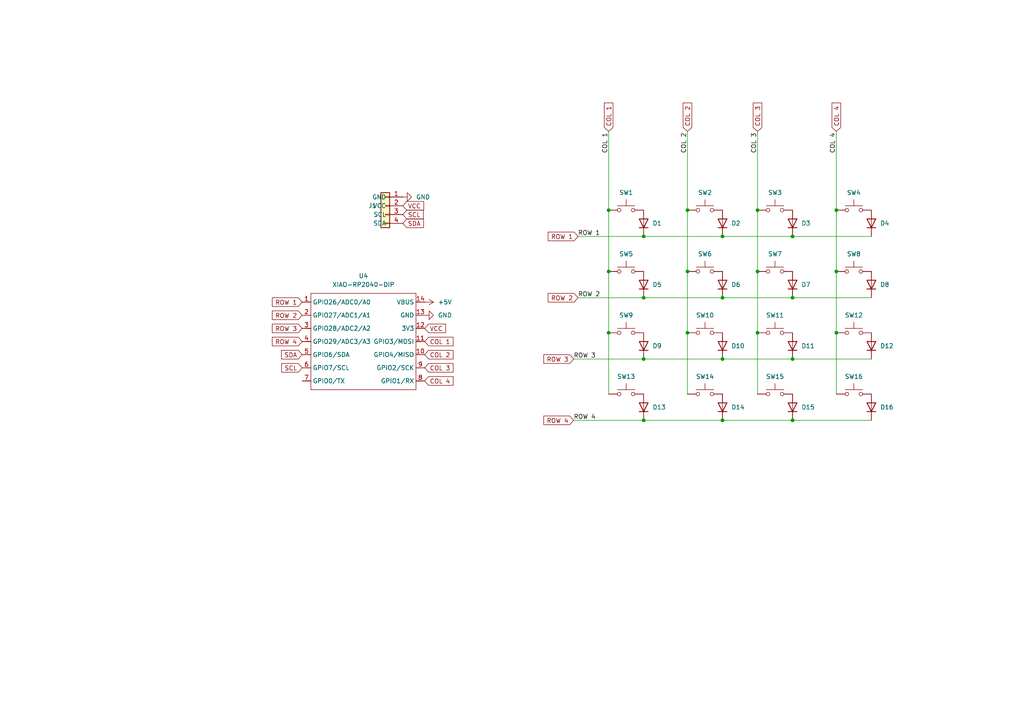
<source format=kicad_sch>
(kicad_sch
	(version 20250114)
	(generator "eeschema")
	(generator_version "9.0")
	(uuid "9b792abc-4142-4f1e-9f2f-7a37bb3f5bcf")
	(paper "A4")
	(lib_symbols
		(symbol "Diode:1N4148"
			(pin_numbers
				(hide yes)
			)
			(pin_names
				(hide yes)
			)
			(exclude_from_sim no)
			(in_bom yes)
			(on_board yes)
			(property "Reference" "D"
				(at 0 2.54 0)
				(effects
					(font
						(size 1.27 1.27)
					)
				)
			)
			(property "Value" "1N4148"
				(at 0 -2.54 0)
				(effects
					(font
						(size 1.27 1.27)
					)
				)
			)
			(property "Footprint" "Diode_THT:D_DO-35_SOD27_P7.62mm_Horizontal"
				(at 0 0 0)
				(effects
					(font
						(size 1.27 1.27)
					)
					(hide yes)
				)
			)
			(property "Datasheet" "https://assets.nexperia.com/documents/data-sheet/1N4148_1N4448.pdf"
				(at 0 0 0)
				(effects
					(font
						(size 1.27 1.27)
					)
					(hide yes)
				)
			)
			(property "Description" "100V 0.15A standard switching diode, DO-35"
				(at 0 0 0)
				(effects
					(font
						(size 1.27 1.27)
					)
					(hide yes)
				)
			)
			(property "Sim.Device" "D"
				(at 0 0 0)
				(effects
					(font
						(size 1.27 1.27)
					)
					(hide yes)
				)
			)
			(property "Sim.Pins" "1=K 2=A"
				(at 0 0 0)
				(effects
					(font
						(size 1.27 1.27)
					)
					(hide yes)
				)
			)
			(property "ki_keywords" "diode"
				(at 0 0 0)
				(effects
					(font
						(size 1.27 1.27)
					)
					(hide yes)
				)
			)
			(property "ki_fp_filters" "D*DO?35*"
				(at 0 0 0)
				(effects
					(font
						(size 1.27 1.27)
					)
					(hide yes)
				)
			)
			(symbol "1N4148_0_1"
				(polyline
					(pts
						(xy -1.27 1.27) (xy -1.27 -1.27)
					)
					(stroke
						(width 0.254)
						(type default)
					)
					(fill
						(type none)
					)
				)
				(polyline
					(pts
						(xy 1.27 1.27) (xy 1.27 -1.27) (xy -1.27 0) (xy 1.27 1.27)
					)
					(stroke
						(width 0.254)
						(type default)
					)
					(fill
						(type none)
					)
				)
				(polyline
					(pts
						(xy 1.27 0) (xy -1.27 0)
					)
					(stroke
						(width 0)
						(type default)
					)
					(fill
						(type none)
					)
				)
			)
			(symbol "1N4148_1_1"
				(pin passive line
					(at -3.81 0 0)
					(length 2.54)
					(name "K"
						(effects
							(font
								(size 1.27 1.27)
							)
						)
					)
					(number "1"
						(effects
							(font
								(size 1.27 1.27)
							)
						)
					)
				)
				(pin passive line
					(at 3.81 0 180)
					(length 2.54)
					(name "A"
						(effects
							(font
								(size 1.27 1.27)
							)
						)
					)
					(number "2"
						(effects
							(font
								(size 1.27 1.27)
							)
						)
					)
				)
			)
			(embedded_fonts no)
		)
		(symbol "OPL Library:XIAO-RP2040-DIP"
			(exclude_from_sim no)
			(in_bom yes)
			(on_board yes)
			(property "Reference" "U"
				(at 0 0 0)
				(effects
					(font
						(size 1.27 1.27)
					)
				)
			)
			(property "Value" "XIAO-RP2040-DIP"
				(at 5.334 -1.778 0)
				(effects
					(font
						(size 1.27 1.27)
					)
				)
			)
			(property "Footprint" "Module:MOUDLE14P-XIAO-DIP-SMD"
				(at 14.478 -32.258 0)
				(effects
					(font
						(size 1.27 1.27)
					)
					(hide yes)
				)
			)
			(property "Datasheet" ""
				(at 0 0 0)
				(effects
					(font
						(size 1.27 1.27)
					)
					(hide yes)
				)
			)
			(property "Description" ""
				(at 0 0 0)
				(effects
					(font
						(size 1.27 1.27)
					)
					(hide yes)
				)
			)
			(symbol "XIAO-RP2040-DIP_1_0"
				(polyline
					(pts
						(xy -1.27 -2.54) (xy 29.21 -2.54)
					)
					(stroke
						(width 0.1524)
						(type solid)
					)
					(fill
						(type none)
					)
				)
				(polyline
					(pts
						(xy -1.27 -5.08) (xy -2.54 -5.08)
					)
					(stroke
						(width 0.1524)
						(type solid)
					)
					(fill
						(type none)
					)
				)
				(polyline
					(pts
						(xy -1.27 -5.08) (xy -1.27 -2.54)
					)
					(stroke
						(width 0.1524)
						(type solid)
					)
					(fill
						(type none)
					)
				)
				(polyline
					(pts
						(xy -1.27 -8.89) (xy -2.54 -8.89)
					)
					(stroke
						(width 0.1524)
						(type solid)
					)
					(fill
						(type none)
					)
				)
				(polyline
					(pts
						(xy -1.27 -8.89) (xy -1.27 -5.08)
					)
					(stroke
						(width 0.1524)
						(type solid)
					)
					(fill
						(type none)
					)
				)
				(polyline
					(pts
						(xy -1.27 -12.7) (xy -2.54 -12.7)
					)
					(stroke
						(width 0.1524)
						(type solid)
					)
					(fill
						(type none)
					)
				)
				(polyline
					(pts
						(xy -1.27 -12.7) (xy -1.27 -8.89)
					)
					(stroke
						(width 0.1524)
						(type solid)
					)
					(fill
						(type none)
					)
				)
				(polyline
					(pts
						(xy -1.27 -16.51) (xy -2.54 -16.51)
					)
					(stroke
						(width 0.1524)
						(type solid)
					)
					(fill
						(type none)
					)
				)
				(polyline
					(pts
						(xy -1.27 -16.51) (xy -1.27 -12.7)
					)
					(stroke
						(width 0.1524)
						(type solid)
					)
					(fill
						(type none)
					)
				)
				(polyline
					(pts
						(xy -1.27 -20.32) (xy -2.54 -20.32)
					)
					(stroke
						(width 0.1524)
						(type solid)
					)
					(fill
						(type none)
					)
				)
				(polyline
					(pts
						(xy -1.27 -24.13) (xy -2.54 -24.13)
					)
					(stroke
						(width 0.1524)
						(type solid)
					)
					(fill
						(type none)
					)
				)
				(polyline
					(pts
						(xy -1.27 -27.94) (xy -2.54 -27.94)
					)
					(stroke
						(width 0.1524)
						(type solid)
					)
					(fill
						(type none)
					)
				)
				(polyline
					(pts
						(xy -1.27 -30.48) (xy -1.27 -16.51)
					)
					(stroke
						(width 0.1524)
						(type solid)
					)
					(fill
						(type none)
					)
				)
				(polyline
					(pts
						(xy 29.21 -2.54) (xy 29.21 -5.08)
					)
					(stroke
						(width 0.1524)
						(type solid)
					)
					(fill
						(type none)
					)
				)
				(polyline
					(pts
						(xy 29.21 -5.08) (xy 29.21 -8.89)
					)
					(stroke
						(width 0.1524)
						(type solid)
					)
					(fill
						(type none)
					)
				)
				(polyline
					(pts
						(xy 29.21 -8.89) (xy 29.21 -12.7)
					)
					(stroke
						(width 0.1524)
						(type solid)
					)
					(fill
						(type none)
					)
				)
				(polyline
					(pts
						(xy 29.21 -12.7) (xy 29.21 -30.48)
					)
					(stroke
						(width 0.1524)
						(type solid)
					)
					(fill
						(type none)
					)
				)
				(polyline
					(pts
						(xy 29.21 -30.48) (xy -1.27 -30.48)
					)
					(stroke
						(width 0.1524)
						(type solid)
					)
					(fill
						(type none)
					)
				)
				(polyline
					(pts
						(xy 30.48 -5.08) (xy 29.21 -5.08)
					)
					(stroke
						(width 0.1524)
						(type solid)
					)
					(fill
						(type none)
					)
				)
				(polyline
					(pts
						(xy 30.48 -8.89) (xy 29.21 -8.89)
					)
					(stroke
						(width 0.1524)
						(type solid)
					)
					(fill
						(type none)
					)
				)
				(polyline
					(pts
						(xy 30.48 -12.7) (xy 29.21 -12.7)
					)
					(stroke
						(width 0.1524)
						(type solid)
					)
					(fill
						(type none)
					)
				)
				(polyline
					(pts
						(xy 30.48 -16.51) (xy 29.21 -16.51)
					)
					(stroke
						(width 0.1524)
						(type solid)
					)
					(fill
						(type none)
					)
				)
				(polyline
					(pts
						(xy 30.48 -20.32) (xy 29.21 -20.32)
					)
					(stroke
						(width 0.1524)
						(type solid)
					)
					(fill
						(type none)
					)
				)
				(polyline
					(pts
						(xy 30.48 -24.13) (xy 29.21 -24.13)
					)
					(stroke
						(width 0.1524)
						(type solid)
					)
					(fill
						(type none)
					)
				)
				(polyline
					(pts
						(xy 30.48 -27.94) (xy 29.21 -27.94)
					)
					(stroke
						(width 0.1524)
						(type solid)
					)
					(fill
						(type none)
					)
				)
				(pin passive line
					(at -3.81 -5.08 0)
					(length 2.54)
					(name "GPIO26/ADC0/A0"
						(effects
							(font
								(size 1.27 1.27)
							)
						)
					)
					(number "1"
						(effects
							(font
								(size 1.27 1.27)
							)
						)
					)
				)
				(pin passive line
					(at -3.81 -8.89 0)
					(length 2.54)
					(name "GPIO27/ADC1/A1"
						(effects
							(font
								(size 1.27 1.27)
							)
						)
					)
					(number "2"
						(effects
							(font
								(size 1.27 1.27)
							)
						)
					)
				)
				(pin passive line
					(at -3.81 -12.7 0)
					(length 2.54)
					(name "GPIO28/ADC2/A2"
						(effects
							(font
								(size 1.27 1.27)
							)
						)
					)
					(number "3"
						(effects
							(font
								(size 1.27 1.27)
							)
						)
					)
				)
				(pin passive line
					(at -3.81 -16.51 0)
					(length 2.54)
					(name "GPIO29/ADC3/A3"
						(effects
							(font
								(size 1.27 1.27)
							)
						)
					)
					(number "4"
						(effects
							(font
								(size 1.27 1.27)
							)
						)
					)
				)
				(pin passive line
					(at -3.81 -20.32 0)
					(length 2.54)
					(name "GPIO6/SDA"
						(effects
							(font
								(size 1.27 1.27)
							)
						)
					)
					(number "5"
						(effects
							(font
								(size 1.27 1.27)
							)
						)
					)
				)
				(pin passive line
					(at -3.81 -24.13 0)
					(length 2.54)
					(name "GPIO7/SCL"
						(effects
							(font
								(size 1.27 1.27)
							)
						)
					)
					(number "6"
						(effects
							(font
								(size 1.27 1.27)
							)
						)
					)
				)
				(pin passive line
					(at -3.81 -27.94 0)
					(length 2.54)
					(name "GPIO0/TX"
						(effects
							(font
								(size 1.27 1.27)
							)
						)
					)
					(number "7"
						(effects
							(font
								(size 1.27 1.27)
							)
						)
					)
				)
				(pin passive line
					(at 31.75 -5.08 180)
					(length 2.54)
					(name "VBUS"
						(effects
							(font
								(size 1.27 1.27)
							)
						)
					)
					(number "14"
						(effects
							(font
								(size 1.27 1.27)
							)
						)
					)
				)
				(pin passive line
					(at 31.75 -8.89 180)
					(length 2.54)
					(name "GND"
						(effects
							(font
								(size 1.27 1.27)
							)
						)
					)
					(number "13"
						(effects
							(font
								(size 1.27 1.27)
							)
						)
					)
				)
				(pin passive line
					(at 31.75 -12.7 180)
					(length 2.54)
					(name "3V3"
						(effects
							(font
								(size 1.27 1.27)
							)
						)
					)
					(number "12"
						(effects
							(font
								(size 1.27 1.27)
							)
						)
					)
				)
				(pin passive line
					(at 31.75 -16.51 180)
					(length 2.54)
					(name "GPIO3/MOSI"
						(effects
							(font
								(size 1.27 1.27)
							)
						)
					)
					(number "11"
						(effects
							(font
								(size 1.27 1.27)
							)
						)
					)
				)
				(pin passive line
					(at 31.75 -20.32 180)
					(length 2.54)
					(name "GPIO4/MISO"
						(effects
							(font
								(size 1.27 1.27)
							)
						)
					)
					(number "10"
						(effects
							(font
								(size 1.27 1.27)
							)
						)
					)
				)
				(pin passive line
					(at 31.75 -24.13 180)
					(length 2.54)
					(name "GPIO2/SCK"
						(effects
							(font
								(size 1.27 1.27)
							)
						)
					)
					(number "9"
						(effects
							(font
								(size 1.27 1.27)
							)
						)
					)
				)
				(pin passive line
					(at 31.75 -27.94 180)
					(length 2.54)
					(name "GPIO1/RX"
						(effects
							(font
								(size 1.27 1.27)
							)
						)
					)
					(number "8"
						(effects
							(font
								(size 1.27 1.27)
							)
						)
					)
				)
			)
			(embedded_fonts no)
		)
		(symbol "Switch:SW_Push"
			(pin_numbers
				(hide yes)
			)
			(pin_names
				(offset 1.016)
				(hide yes)
			)
			(exclude_from_sim no)
			(in_bom yes)
			(on_board yes)
			(property "Reference" "SW"
				(at 1.27 2.54 0)
				(effects
					(font
						(size 1.27 1.27)
					)
					(justify left)
				)
			)
			(property "Value" "SW_Push"
				(at 0 -1.524 0)
				(effects
					(font
						(size 1.27 1.27)
					)
				)
			)
			(property "Footprint" ""
				(at 0 5.08 0)
				(effects
					(font
						(size 1.27 1.27)
					)
					(hide yes)
				)
			)
			(property "Datasheet" "~"
				(at 0 5.08 0)
				(effects
					(font
						(size 1.27 1.27)
					)
					(hide yes)
				)
			)
			(property "Description" "Push button switch, generic, two pins"
				(at 0 0 0)
				(effects
					(font
						(size 1.27 1.27)
					)
					(hide yes)
				)
			)
			(property "ki_keywords" "switch normally-open pushbutton push-button"
				(at 0 0 0)
				(effects
					(font
						(size 1.27 1.27)
					)
					(hide yes)
				)
			)
			(symbol "SW_Push_0_1"
				(circle
					(center -2.032 0)
					(radius 0.508)
					(stroke
						(width 0)
						(type default)
					)
					(fill
						(type none)
					)
				)
				(polyline
					(pts
						(xy 0 1.27) (xy 0 3.048)
					)
					(stroke
						(width 0)
						(type default)
					)
					(fill
						(type none)
					)
				)
				(circle
					(center 2.032 0)
					(radius 0.508)
					(stroke
						(width 0)
						(type default)
					)
					(fill
						(type none)
					)
				)
				(polyline
					(pts
						(xy 2.54 1.27) (xy -2.54 1.27)
					)
					(stroke
						(width 0)
						(type default)
					)
					(fill
						(type none)
					)
				)
				(pin passive line
					(at -5.08 0 0)
					(length 2.54)
					(name "1"
						(effects
							(font
								(size 1.27 1.27)
							)
						)
					)
					(number "1"
						(effects
							(font
								(size 1.27 1.27)
							)
						)
					)
				)
				(pin passive line
					(at 5.08 0 180)
					(length 2.54)
					(name "2"
						(effects
							(font
								(size 1.27 1.27)
							)
						)
					)
					(number "2"
						(effects
							(font
								(size 1.27 1.27)
							)
						)
					)
				)
			)
			(embedded_fonts no)
		)
		(symbol "power:+5V"
			(power)
			(pin_numbers
				(hide yes)
			)
			(pin_names
				(offset 0)
				(hide yes)
			)
			(exclude_from_sim no)
			(in_bom yes)
			(on_board yes)
			(property "Reference" "#PWR"
				(at 0 -3.81 0)
				(effects
					(font
						(size 1.27 1.27)
					)
					(hide yes)
				)
			)
			(property "Value" "+5V"
				(at 0 3.556 0)
				(effects
					(font
						(size 1.27 1.27)
					)
				)
			)
			(property "Footprint" ""
				(at 0 0 0)
				(effects
					(font
						(size 1.27 1.27)
					)
					(hide yes)
				)
			)
			(property "Datasheet" ""
				(at 0 0 0)
				(effects
					(font
						(size 1.27 1.27)
					)
					(hide yes)
				)
			)
			(property "Description" "Power symbol creates a global label with name \"+5V\""
				(at 0 0 0)
				(effects
					(font
						(size 1.27 1.27)
					)
					(hide yes)
				)
			)
			(property "ki_keywords" "global power"
				(at 0 0 0)
				(effects
					(font
						(size 1.27 1.27)
					)
					(hide yes)
				)
			)
			(symbol "+5V_0_1"
				(polyline
					(pts
						(xy -0.762 1.27) (xy 0 2.54)
					)
					(stroke
						(width 0)
						(type default)
					)
					(fill
						(type none)
					)
				)
				(polyline
					(pts
						(xy 0 2.54) (xy 0.762 1.27)
					)
					(stroke
						(width 0)
						(type default)
					)
					(fill
						(type none)
					)
				)
				(polyline
					(pts
						(xy 0 0) (xy 0 2.54)
					)
					(stroke
						(width 0)
						(type default)
					)
					(fill
						(type none)
					)
				)
			)
			(symbol "+5V_1_1"
				(pin power_in line
					(at 0 0 90)
					(length 0)
					(name "~"
						(effects
							(font
								(size 1.27 1.27)
							)
						)
					)
					(number "1"
						(effects
							(font
								(size 1.27 1.27)
							)
						)
					)
				)
			)
			(embedded_fonts no)
		)
		(symbol "power:GND"
			(power)
			(pin_numbers
				(hide yes)
			)
			(pin_names
				(offset 0)
				(hide yes)
			)
			(exclude_from_sim no)
			(in_bom yes)
			(on_board yes)
			(property "Reference" "#PWR"
				(at 0 -6.35 0)
				(effects
					(font
						(size 1.27 1.27)
					)
					(hide yes)
				)
			)
			(property "Value" "GND"
				(at 0 -3.81 0)
				(effects
					(font
						(size 1.27 1.27)
					)
				)
			)
			(property "Footprint" ""
				(at 0 0 0)
				(effects
					(font
						(size 1.27 1.27)
					)
					(hide yes)
				)
			)
			(property "Datasheet" ""
				(at 0 0 0)
				(effects
					(font
						(size 1.27 1.27)
					)
					(hide yes)
				)
			)
			(property "Description" "Power symbol creates a global label with name \"GND\" , ground"
				(at 0 0 0)
				(effects
					(font
						(size 1.27 1.27)
					)
					(hide yes)
				)
			)
			(property "ki_keywords" "global power"
				(at 0 0 0)
				(effects
					(font
						(size 1.27 1.27)
					)
					(hide yes)
				)
			)
			(symbol "GND_0_1"
				(polyline
					(pts
						(xy 0 0) (xy 0 -1.27) (xy 1.27 -1.27) (xy 0 -2.54) (xy -1.27 -1.27) (xy 0 -1.27)
					)
					(stroke
						(width 0)
						(type default)
					)
					(fill
						(type none)
					)
				)
			)
			(symbol "GND_1_1"
				(pin power_in line
					(at 0 0 270)
					(length 0)
					(name "~"
						(effects
							(font
								(size 1.27 1.27)
							)
						)
					)
					(number "1"
						(effects
							(font
								(size 1.27 1.27)
							)
						)
					)
				)
			)
			(embedded_fonts no)
		)
		(symbol "the gobrary:Conn_01x04"
			(pin_names
				(offset 1.016)
			)
			(exclude_from_sim no)
			(in_bom yes)
			(on_board yes)
			(property "Reference" "J"
				(at 0 5.08 0)
				(effects
					(font
						(size 1.27 1.27)
					)
				)
			)
			(property "Value" "custom oled pins"
				(at 0.254 -9.398 0)
				(effects
					(font
						(size 1.27 1.27)
					)
				)
			)
			(property "Footprint" ""
				(at 0 0 0)
				(effects
					(font
						(size 1.27 1.27)
					)
					(hide yes)
				)
			)
			(property "Datasheet" "~"
				(at 0 6.604 0)
				(effects
					(font
						(size 1.27 1.27)
					)
					(hide yes)
				)
			)
			(property "Description" "Generic connector, single row, 01x04, custom oled, custom, script generated (kicad-library-utils/schlib/autogen/connector/)"
				(at 0.254 8.128 0)
				(effects
					(font
						(size 1.27 1.27)
					)
					(hide yes)
				)
			)
			(property "ki_keywords" "connector"
				(at 0 0 0)
				(effects
					(font
						(size 1.27 1.27)
					)
					(hide yes)
				)
			)
			(property "ki_fp_filters" "Connector*:*_1x??_*"
				(at 0 0 0)
				(effects
					(font
						(size 1.27 1.27)
					)
					(hide yes)
				)
			)
			(symbol "Conn_01x04_1_1"
				(rectangle
					(start -1.27 3.81)
					(end 1.27 -6.35)
					(stroke
						(width 0.254)
						(type default)
					)
					(fill
						(type background)
					)
				)
				(rectangle
					(start -1.27 2.667)
					(end 0 2.413)
					(stroke
						(width 0.1524)
						(type default)
					)
					(fill
						(type none)
					)
				)
				(rectangle
					(start -1.27 0.127)
					(end 0 -0.127)
					(stroke
						(width 0.1524)
						(type default)
					)
					(fill
						(type none)
					)
				)
				(rectangle
					(start -1.27 -2.413)
					(end 0 -2.667)
					(stroke
						(width 0.1524)
						(type default)
					)
					(fill
						(type none)
					)
				)
				(rectangle
					(start -1.27 -4.953)
					(end 0 -5.207)
					(stroke
						(width 0.1524)
						(type default)
					)
					(fill
						(type none)
					)
				)
				(pin passive line
					(at -5.08 2.54 0)
					(length 3.81)
					(name "GND"
						(effects
							(font
								(size 1.27 1.27)
							)
						)
					)
					(number "1"
						(effects
							(font
								(size 1.27 1.27)
							)
						)
					)
				)
				(pin passive line
					(at -5.08 0 0)
					(length 3.81)
					(name "VCC"
						(effects
							(font
								(size 1.27 1.27)
							)
						)
					)
					(number "2"
						(effects
							(font
								(size 1.27 1.27)
							)
						)
					)
				)
				(pin passive line
					(at -5.08 -2.54 0)
					(length 3.81)
					(name "SCL"
						(effects
							(font
								(size 1.27 1.27)
							)
						)
					)
					(number "3"
						(effects
							(font
								(size 1.27 1.27)
							)
						)
					)
				)
				(pin passive line
					(at -5.08 -5.08 0)
					(length 3.81)
					(name "SDA"
						(effects
							(font
								(size 1.27 1.27)
							)
						)
					)
					(number "4"
						(effects
							(font
								(size 1.27 1.27)
							)
						)
					)
				)
			)
			(embedded_fonts no)
		)
	)
	(junction
		(at 199.39 78.74)
		(diameter 0)
		(color 0 0 0 0)
		(uuid "06a0264c-2767-4ea5-a6be-bbb96cfd6464")
	)
	(junction
		(at 176.53 60.96)
		(diameter 0)
		(color 0 0 0 0)
		(uuid "18decc60-1143-417b-84a1-9824e2839d27")
	)
	(junction
		(at 209.55 86.36)
		(diameter 0)
		(color 0 0 0 0)
		(uuid "3505006a-f050-4cdf-856e-7e1b6d40de10")
	)
	(junction
		(at 209.55 68.58)
		(diameter 0)
		(color 0 0 0 0)
		(uuid "35805c3e-8258-40db-bed6-0d473ed29c54")
	)
	(junction
		(at 229.87 68.58)
		(diameter 0)
		(color 0 0 0 0)
		(uuid "4a4b1660-33ce-4d26-968f-5baf9646b6aa")
	)
	(junction
		(at 176.53 96.52)
		(diameter 0)
		(color 0 0 0 0)
		(uuid "4b0a226b-bcd0-40c0-a999-1ee451c9e32b")
	)
	(junction
		(at 242.57 60.96)
		(diameter 0)
		(color 0 0 0 0)
		(uuid "4c60579d-af85-408a-a061-f3f6c3b43173")
	)
	(junction
		(at 186.69 104.14)
		(diameter 0)
		(color 0 0 0 0)
		(uuid "5d3a84d7-698a-4af0-b57a-0ea21fc468fd")
	)
	(junction
		(at 199.39 60.96)
		(diameter 0)
		(color 0 0 0 0)
		(uuid "604599a1-7c20-4f56-8e9a-75a4565d75b0")
	)
	(junction
		(at 209.55 121.92)
		(diameter 0)
		(color 0 0 0 0)
		(uuid "68facdda-c10f-49a9-87f9-e0592d6156cc")
	)
	(junction
		(at 209.55 104.14)
		(diameter 0)
		(color 0 0 0 0)
		(uuid "6cbdae9b-423d-4834-aa5b-d482f2d71d56")
	)
	(junction
		(at 186.69 68.58)
		(diameter 0)
		(color 0 0 0 0)
		(uuid "78176959-b183-4b16-9a1f-2bac015eafa1")
	)
	(junction
		(at 242.57 96.52)
		(diameter 0)
		(color 0 0 0 0)
		(uuid "8d7cd6e2-b288-4c2d-928e-a98de87b5dcb")
	)
	(junction
		(at 186.69 121.92)
		(diameter 0)
		(color 0 0 0 0)
		(uuid "8e1613dc-de86-4b07-8775-3232b51bcd80")
	)
	(junction
		(at 229.87 104.14)
		(diameter 0)
		(color 0 0 0 0)
		(uuid "8e80bebd-6810-45be-98a3-5481c579d619")
	)
	(junction
		(at 219.71 78.74)
		(diameter 0)
		(color 0 0 0 0)
		(uuid "95b3ff7e-85b9-4045-9ee0-39a2e82e9bb2")
	)
	(junction
		(at 219.71 60.96)
		(diameter 0)
		(color 0 0 0 0)
		(uuid "c6e6f962-7c97-401c-be3e-355bdbd883f6")
	)
	(junction
		(at 229.87 121.92)
		(diameter 0)
		(color 0 0 0 0)
		(uuid "d28a1ac5-f89a-4d66-bd69-eb0e0e90c791")
	)
	(junction
		(at 242.57 78.74)
		(diameter 0)
		(color 0 0 0 0)
		(uuid "d4a57a52-2cbf-43da-a96f-6cb2d94bfc07")
	)
	(junction
		(at 229.87 86.36)
		(diameter 0)
		(color 0 0 0 0)
		(uuid "d778ce01-0a95-4451-be85-9e7637df15ab")
	)
	(junction
		(at 199.39 96.52)
		(diameter 0)
		(color 0 0 0 0)
		(uuid "ddc04d5f-1905-4548-8700-1510bb195b03")
	)
	(junction
		(at 219.71 96.52)
		(diameter 0)
		(color 0 0 0 0)
		(uuid "fac604e0-a515-4fcd-af6f-8f01ebb0a12d")
	)
	(junction
		(at 186.69 86.36)
		(diameter 0)
		(color 0 0 0 0)
		(uuid "fd353dea-b729-441b-8d97-d7bb38833e27")
	)
	(junction
		(at 176.53 78.74)
		(diameter 0)
		(color 0 0 0 0)
		(uuid "feebbf2b-e6d9-4840-8b33-378e7312238d")
	)
	(wire
		(pts
			(xy 229.87 104.14) (xy 252.73 104.14)
		)
		(stroke
			(width 0)
			(type default)
		)
		(uuid "04a26ecf-fb5b-4281-afd4-b8733b8fc6f0")
	)
	(wire
		(pts
			(xy 209.55 68.58) (xy 229.87 68.58)
		)
		(stroke
			(width 0)
			(type default)
		)
		(uuid "096109bb-53f4-4fce-ae29-4be9ec5ae834")
	)
	(wire
		(pts
			(xy 176.53 38.1) (xy 176.53 60.96)
		)
		(stroke
			(width 0)
			(type default)
		)
		(uuid "13291763-a228-4657-80ac-33ab26950578")
	)
	(wire
		(pts
			(xy 199.39 60.96) (xy 199.39 78.74)
		)
		(stroke
			(width 0)
			(type default)
		)
		(uuid "1ed0e519-b50d-4f02-aa34-5b2a93d45a01")
	)
	(wire
		(pts
			(xy 166.37 121.92) (xy 186.69 121.92)
		)
		(stroke
			(width 0)
			(type default)
		)
		(uuid "2286bd1f-da0e-4ea4-88d9-38b30b946e74")
	)
	(wire
		(pts
			(xy 176.53 60.96) (xy 176.53 78.74)
		)
		(stroke
			(width 0)
			(type default)
		)
		(uuid "38c96c87-7031-477b-a940-f1539d55867f")
	)
	(wire
		(pts
			(xy 186.69 121.92) (xy 209.55 121.92)
		)
		(stroke
			(width 0)
			(type default)
		)
		(uuid "3954fed7-7113-49e6-8b15-41a58a19152b")
	)
	(wire
		(pts
			(xy 199.39 96.52) (xy 199.39 114.3)
		)
		(stroke
			(width 0)
			(type default)
		)
		(uuid "3c64366d-3b43-4baa-88a3-072fa9b4a127")
	)
	(wire
		(pts
			(xy 209.55 121.92) (xy 229.87 121.92)
		)
		(stroke
			(width 0)
			(type default)
		)
		(uuid "3f6bd32c-73c1-4138-a3bd-c9bcc220eabd")
	)
	(wire
		(pts
			(xy 186.69 68.58) (xy 209.55 68.58)
		)
		(stroke
			(width 0)
			(type default)
		)
		(uuid "3fd8d41d-b33a-4480-8820-92aa2e0cc7e2")
	)
	(wire
		(pts
			(xy 242.57 38.1) (xy 242.57 60.96)
		)
		(stroke
			(width 0)
			(type default)
		)
		(uuid "4348c49d-c3dd-42fb-a70a-b563633c0497")
	)
	(wire
		(pts
			(xy 167.64 86.36) (xy 186.69 86.36)
		)
		(stroke
			(width 0)
			(type default)
		)
		(uuid "4bf4ed46-6cb2-472f-bb70-ddc574d7f613")
	)
	(wire
		(pts
			(xy 229.87 86.36) (xy 252.73 86.36)
		)
		(stroke
			(width 0)
			(type default)
		)
		(uuid "4fcd4722-fa85-42ff-bd2c-c842b15dc8a6")
	)
	(wire
		(pts
			(xy 242.57 96.52) (xy 242.57 114.3)
		)
		(stroke
			(width 0)
			(type default)
		)
		(uuid "5b95f453-14fc-4292-b891-5a4c110b7aec")
	)
	(wire
		(pts
			(xy 209.55 86.36) (xy 229.87 86.36)
		)
		(stroke
			(width 0)
			(type default)
		)
		(uuid "679491cf-d717-406c-a3c4-6001642dfda6")
	)
	(wire
		(pts
			(xy 176.53 78.74) (xy 176.53 96.52)
		)
		(stroke
			(width 0)
			(type default)
		)
		(uuid "6f97c179-4b92-46d0-8b79-7a4ef021509f")
	)
	(wire
		(pts
			(xy 186.69 86.36) (xy 209.55 86.36)
		)
		(stroke
			(width 0)
			(type default)
		)
		(uuid "7779e23b-0a96-40c4-b8f2-f60dbdc8fe02")
	)
	(wire
		(pts
			(xy 209.55 104.14) (xy 229.87 104.14)
		)
		(stroke
			(width 0)
			(type default)
		)
		(uuid "7d204d8e-ae7d-4f35-9160-81a85e4193ca")
	)
	(wire
		(pts
			(xy 219.71 60.96) (xy 219.71 78.74)
		)
		(stroke
			(width 0)
			(type default)
		)
		(uuid "945d331e-a946-4613-83f5-6677e0f83745")
	)
	(wire
		(pts
			(xy 176.53 96.52) (xy 176.53 114.3)
		)
		(stroke
			(width 0)
			(type default)
		)
		(uuid "9d5b74f2-a8ae-40a7-ab1f-1cb62ad42bb4")
	)
	(wire
		(pts
			(xy 219.71 38.1) (xy 219.71 60.96)
		)
		(stroke
			(width 0)
			(type default)
		)
		(uuid "a42cf67f-578a-46d7-947e-f2164b1cb483")
	)
	(wire
		(pts
			(xy 166.37 104.14) (xy 186.69 104.14)
		)
		(stroke
			(width 0)
			(type default)
		)
		(uuid "ae176aa7-8afe-4913-926a-820b956ffb64")
	)
	(wire
		(pts
			(xy 186.69 104.14) (xy 209.55 104.14)
		)
		(stroke
			(width 0)
			(type default)
		)
		(uuid "b9019954-195f-4378-8ac4-1c5da57ed490")
	)
	(wire
		(pts
			(xy 199.39 38.1) (xy 199.39 60.96)
		)
		(stroke
			(width 0)
			(type default)
		)
		(uuid "bd1b7b11-9ce9-4ed7-8a7d-0a6053dd1223")
	)
	(wire
		(pts
			(xy 229.87 121.92) (xy 252.73 121.92)
		)
		(stroke
			(width 0)
			(type default)
		)
		(uuid "c2939d19-7c47-448a-8faf-46055b261981")
	)
	(wire
		(pts
			(xy 229.87 68.58) (xy 252.73 68.58)
		)
		(stroke
			(width 0)
			(type default)
		)
		(uuid "c30bdc87-7916-498f-a3cf-0f3206016676")
	)
	(wire
		(pts
			(xy 167.64 68.58) (xy 186.69 68.58)
		)
		(stroke
			(width 0)
			(type default)
		)
		(uuid "ca0c15bd-a623-42d3-802b-1254d992743b")
	)
	(wire
		(pts
			(xy 242.57 60.96) (xy 242.57 78.74)
		)
		(stroke
			(width 0)
			(type default)
		)
		(uuid "db0f43fb-d1a9-4ec9-b73b-3fcc8f4d6417")
	)
	(wire
		(pts
			(xy 219.71 96.52) (xy 219.71 114.3)
		)
		(stroke
			(width 0)
			(type default)
		)
		(uuid "e171c7af-96d9-42da-beed-4ffea9c512d2")
	)
	(wire
		(pts
			(xy 219.71 78.74) (xy 219.71 96.52)
		)
		(stroke
			(width 0)
			(type default)
		)
		(uuid "e6041d69-427f-42d1-a765-496745eb7445")
	)
	(wire
		(pts
			(xy 199.39 78.74) (xy 199.39 96.52)
		)
		(stroke
			(width 0)
			(type default)
		)
		(uuid "f31b1068-59fb-4929-968e-e49d73d7c912")
	)
	(wire
		(pts
			(xy 242.57 78.74) (xy 242.57 96.52)
		)
		(stroke
			(width 0)
			(type default)
		)
		(uuid "fcd84944-51b5-494b-b087-c72906a93792")
	)
	(label "COL 2"
		(at 199.39 44.45 90)
		(effects
			(font
				(size 1.27 1.27)
			)
			(justify left bottom)
		)
		(uuid "0791f64a-62ee-49b9-950c-e4e7b296dc23")
	)
	(label "ROW 3"
		(at 166.37 104.14 0)
		(effects
			(font
				(size 1.27 1.27)
			)
			(justify left bottom)
		)
		(uuid "1e7f2583-6eda-48a8-a075-cbae300f172d")
	)
	(label "COL 3"
		(at 219.71 44.45 90)
		(effects
			(font
				(size 1.27 1.27)
			)
			(justify left bottom)
		)
		(uuid "2a00813b-fbf0-4fb4-8b2f-9d19967e640e")
	)
	(label "COL 1"
		(at 176.53 44.45 90)
		(effects
			(font
				(size 1.27 1.27)
			)
			(justify left bottom)
		)
		(uuid "2a94d6ce-bd9b-473e-9204-0cf74cdc7c03")
	)
	(label "ROW 4"
		(at 166.37 121.92 0)
		(effects
			(font
				(size 1.27 1.27)
			)
			(justify left bottom)
		)
		(uuid "67d12cb1-bbb9-49c8-a215-edb63cbe323b")
	)
	(label "ROW 1"
		(at 167.64 68.58 0)
		(effects
			(font
				(size 1.27 1.27)
			)
			(justify left bottom)
		)
		(uuid "814c28ea-a551-4add-aa58-03a090864438")
	)
	(label "COL 4"
		(at 242.57 44.45 90)
		(effects
			(font
				(size 1.27 1.27)
			)
			(justify left bottom)
		)
		(uuid "f899d5b2-c8e9-4a53-a125-b44af4321cfb")
	)
	(label "ROW 2"
		(at 167.64 86.36 0)
		(effects
			(font
				(size 1.27 1.27)
			)
			(justify left bottom)
		)
		(uuid "fd0a58e0-a5f6-41fe-b513-1b8d1494c161")
	)
	(global_label "COL 2"
		(shape input)
		(at 199.39 38.1 90)
		(fields_autoplaced yes)
		(effects
			(font
				(size 1.27 1.27)
			)
			(justify left)
		)
		(uuid "0e984642-6328-45e5-ad39-e95419004789")
		(property "Intersheetrefs" "${INTERSHEET_REFS}"
			(at 199.39 29.3091 90)
			(effects
				(font
					(size 1.27 1.27)
				)
				(justify left)
				(hide yes)
			)
		)
	)
	(global_label "SCL"
		(shape input)
		(at 116.84 62.23 0)
		(fields_autoplaced yes)
		(effects
			(font
				(size 1.27 1.27)
			)
			(justify left)
		)
		(uuid "15bec838-fa1c-4e11-a09a-ddb3865e6b45")
		(property "Intersheetrefs" "${INTERSHEET_REFS}"
			(at 123.3328 62.23 0)
			(effects
				(font
					(size 1.27 1.27)
				)
				(justify left)
				(hide yes)
			)
		)
	)
	(global_label "ROW 2"
		(shape input)
		(at 167.64 86.36 180)
		(fields_autoplaced yes)
		(effects
			(font
				(size 1.27 1.27)
			)
			(justify right)
		)
		(uuid "1971183d-7973-45ac-837d-62cbf339cecd")
		(property "Intersheetrefs" "${INTERSHEET_REFS}"
			(at 158.4258 86.36 0)
			(effects
				(font
					(size 1.27 1.27)
				)
				(justify right)
				(hide yes)
			)
		)
	)
	(global_label "ROW 4"
		(shape input)
		(at 87.63 99.06 180)
		(fields_autoplaced yes)
		(effects
			(font
				(size 1.27 1.27)
			)
			(justify right)
		)
		(uuid "19f3348a-18ae-4b8b-9b2b-54b7a2e1d318")
		(property "Intersheetrefs" "${INTERSHEET_REFS}"
			(at 78.4158 99.06 0)
			(effects
				(font
					(size 1.27 1.27)
				)
				(justify right)
				(hide yes)
			)
		)
	)
	(global_label "ROW 2"
		(shape input)
		(at 87.63 91.44 180)
		(fields_autoplaced yes)
		(effects
			(font
				(size 1.27 1.27)
			)
			(justify right)
		)
		(uuid "2960a9ef-94d9-4961-aada-abac2d579ab9")
		(property "Intersheetrefs" "${INTERSHEET_REFS}"
			(at 78.4158 91.44 0)
			(effects
				(font
					(size 1.27 1.27)
				)
				(justify right)
				(hide yes)
			)
		)
	)
	(global_label "ROW 4"
		(shape input)
		(at 166.37 121.92 180)
		(fields_autoplaced yes)
		(effects
			(font
				(size 1.27 1.27)
			)
			(justify right)
		)
		(uuid "30a3e9be-807e-4125-8bca-e41e331c5b11")
		(property "Intersheetrefs" "${INTERSHEET_REFS}"
			(at 157.1558 121.92 0)
			(effects
				(font
					(size 1.27 1.27)
				)
				(justify right)
				(hide yes)
			)
		)
	)
	(global_label "COL 1"
		(shape input)
		(at 123.19 99.06 0)
		(fields_autoplaced yes)
		(effects
			(font
				(size 1.27 1.27)
			)
			(justify left)
		)
		(uuid "3608fba2-97f8-4458-8650-8d08a3d9a7d3")
		(property "Intersheetrefs" "${INTERSHEET_REFS}"
			(at 131.9809 99.06 0)
			(effects
				(font
					(size 1.27 1.27)
				)
				(justify left)
				(hide yes)
			)
		)
	)
	(global_label "VCC"
		(shape input)
		(at 116.84 59.69 0)
		(fields_autoplaced yes)
		(effects
			(font
				(size 1.27 1.27)
			)
			(justify left)
		)
		(uuid "4332daa9-e348-44ef-b87d-8d3802d3d190")
		(property "Intersheetrefs" "${INTERSHEET_REFS}"
			(at 123.4538 59.69 0)
			(effects
				(font
					(size 1.27 1.27)
				)
				(justify left)
				(hide yes)
			)
		)
	)
	(global_label "SDA"
		(shape input)
		(at 116.84 64.77 0)
		(fields_autoplaced yes)
		(effects
			(font
				(size 1.27 1.27)
			)
			(justify left)
		)
		(uuid "47b62326-df26-4e62-9948-fdf5a67bed1d")
		(property "Intersheetrefs" "${INTERSHEET_REFS}"
			(at 123.3933 64.77 0)
			(effects
				(font
					(size 1.27 1.27)
				)
				(justify left)
				(hide yes)
			)
		)
	)
	(global_label "SCL"
		(shape input)
		(at 87.63 106.68 180)
		(fields_autoplaced yes)
		(effects
			(font
				(size 1.27 1.27)
			)
			(justify right)
		)
		(uuid "480a4f22-5f45-46d8-aa8b-122d8dabbf40")
		(property "Intersheetrefs" "${INTERSHEET_REFS}"
			(at 81.1372 106.68 0)
			(effects
				(font
					(size 1.27 1.27)
				)
				(justify right)
				(hide yes)
			)
		)
	)
	(global_label "ROW 1"
		(shape input)
		(at 87.63 87.63 180)
		(fields_autoplaced yes)
		(effects
			(font
				(size 1.27 1.27)
			)
			(justify right)
		)
		(uuid "4dc57a31-6d55-4571-9c8b-fd7922014477")
		(property "Intersheetrefs" "${INTERSHEET_REFS}"
			(at 78.4158 87.63 0)
			(effects
				(font
					(size 1.27 1.27)
				)
				(justify right)
				(hide yes)
			)
		)
	)
	(global_label "COL 4"
		(shape input)
		(at 123.19 110.49 0)
		(fields_autoplaced yes)
		(effects
			(font
				(size 1.27 1.27)
			)
			(justify left)
		)
		(uuid "528d1786-7989-4fe6-b7fd-6295d6eec633")
		(property "Intersheetrefs" "${INTERSHEET_REFS}"
			(at 131.9809 110.49 0)
			(effects
				(font
					(size 1.27 1.27)
				)
				(justify left)
				(hide yes)
			)
		)
	)
	(global_label "COL 2"
		(shape input)
		(at 123.19 102.87 0)
		(fields_autoplaced yes)
		(effects
			(font
				(size 1.27 1.27)
			)
			(justify left)
		)
		(uuid "74f83fd5-f4cf-4e09-ad2f-e78a840f64ff")
		(property "Intersheetrefs" "${INTERSHEET_REFS}"
			(at 131.9809 102.87 0)
			(effects
				(font
					(size 1.27 1.27)
				)
				(justify left)
				(hide yes)
			)
		)
	)
	(global_label "COL 3"
		(shape input)
		(at 219.71 38.1 90)
		(fields_autoplaced yes)
		(effects
			(font
				(size 1.27 1.27)
			)
			(justify left)
		)
		(uuid "886f1ea6-62de-49ec-b4ec-8f8d14ecd005")
		(property "Intersheetrefs" "${INTERSHEET_REFS}"
			(at 219.71 29.3091 90)
			(effects
				(font
					(size 1.27 1.27)
				)
				(justify left)
				(hide yes)
			)
		)
	)
	(global_label "COL 4"
		(shape input)
		(at 242.57 38.1 90)
		(fields_autoplaced yes)
		(effects
			(font
				(size 1.27 1.27)
			)
			(justify left)
		)
		(uuid "8fc8528e-c6d9-4abb-b4f9-0a0001f38757")
		(property "Intersheetrefs" "${INTERSHEET_REFS}"
			(at 242.57 29.3091 90)
			(effects
				(font
					(size 1.27 1.27)
				)
				(justify left)
				(hide yes)
			)
		)
	)
	(global_label "COL 1"
		(shape input)
		(at 176.53 38.1 90)
		(fields_autoplaced yes)
		(effects
			(font
				(size 1.27 1.27)
			)
			(justify left)
		)
		(uuid "a50d450f-d1ae-48a8-bad8-1318278ed6c9")
		(property "Intersheetrefs" "${INTERSHEET_REFS}"
			(at 176.53 29.3091 90)
			(effects
				(font
					(size 1.27 1.27)
				)
				(justify left)
				(hide yes)
			)
		)
	)
	(global_label "COL 3"
		(shape input)
		(at 123.19 106.68 0)
		(fields_autoplaced yes)
		(effects
			(font
				(size 1.27 1.27)
			)
			(justify left)
		)
		(uuid "a94c3b96-cc54-40ee-ba85-b47da275947d")
		(property "Intersheetrefs" "${INTERSHEET_REFS}"
			(at 131.9809 106.68 0)
			(effects
				(font
					(size 1.27 1.27)
				)
				(justify left)
				(hide yes)
			)
		)
	)
	(global_label "ROW 3"
		(shape input)
		(at 87.63 95.25 180)
		(fields_autoplaced yes)
		(effects
			(font
				(size 1.27 1.27)
			)
			(justify right)
		)
		(uuid "c13e9bec-ae47-45d0-986f-ed7967836aaf")
		(property "Intersheetrefs" "${INTERSHEET_REFS}"
			(at 78.4158 95.25 0)
			(effects
				(font
					(size 1.27 1.27)
				)
				(justify right)
				(hide yes)
			)
		)
	)
	(global_label "SDA"
		(shape input)
		(at 87.63 102.87 180)
		(fields_autoplaced yes)
		(effects
			(font
				(size 1.27 1.27)
			)
			(justify right)
		)
		(uuid "d699af15-0c07-4084-b268-c53b625a24b1")
		(property "Intersheetrefs" "${INTERSHEET_REFS}"
			(at 81.0767 102.87 0)
			(effects
				(font
					(size 1.27 1.27)
				)
				(justify right)
				(hide yes)
			)
		)
	)
	(global_label "VCC"
		(shape input)
		(at 123.19 95.25 0)
		(fields_autoplaced yes)
		(effects
			(font
				(size 1.27 1.27)
			)
			(justify left)
		)
		(uuid "e2bc5f3a-cb90-4ab2-a6cd-438cff44e558")
		(property "Intersheetrefs" "${INTERSHEET_REFS}"
			(at 129.8038 95.25 0)
			(effects
				(font
					(size 1.27 1.27)
				)
				(justify left)
				(hide yes)
			)
		)
	)
	(global_label "ROW 1"
		(shape input)
		(at 167.64 68.58 180)
		(fields_autoplaced yes)
		(effects
			(font
				(size 1.27 1.27)
			)
			(justify right)
		)
		(uuid "e2ca26a1-61c9-4fda-ac17-5c56bb5a5bd0")
		(property "Intersheetrefs" "${INTERSHEET_REFS}"
			(at 158.4258 68.58 0)
			(effects
				(font
					(size 1.27 1.27)
				)
				(justify right)
				(hide yes)
			)
		)
	)
	(global_label "ROW 3"
		(shape input)
		(at 166.37 104.14 180)
		(fields_autoplaced yes)
		(effects
			(font
				(size 1.27 1.27)
			)
			(justify right)
		)
		(uuid "f68a8144-8791-45cc-9817-cfdadd1d6251")
		(property "Intersheetrefs" "${INTERSHEET_REFS}"
			(at 157.1558 104.14 0)
			(effects
				(font
					(size 1.27 1.27)
				)
				(justify right)
				(hide yes)
			)
		)
	)
	(symbol
		(lib_id "Diode:1N4148")
		(at 229.87 82.55 270)
		(mirror x)
		(unit 1)
		(exclude_from_sim no)
		(in_bom yes)
		(on_board yes)
		(dnp no)
		(fields_autoplaced yes)
		(uuid "0522af7c-01ab-4722-b651-8ce04cef5ee4")
		(property "Reference" "D7"
			(at 232.41 82.5499 90)
			(effects
				(font
					(size 1.27 1.27)
				)
				(justify left)
			)
		)
		(property "Value" "1N4148"
			(at 233.68 82.55 0)
			(effects
				(font
					(size 1.27 1.27)
				)
				(hide yes)
			)
		)
		(property "Footprint" "Diode_THT:D_DO-35_SOD27_P7.62mm_Horizontal"
			(at 229.87 82.55 0)
			(effects
				(font
					(size 1.27 1.27)
				)
				(hide yes)
			)
		)
		(property "Datasheet" "https://assets.nexperia.com/documents/data-sheet/1N4148_1N4448.pdf"
			(at 229.87 82.55 0)
			(effects
				(font
					(size 1.27 1.27)
				)
				(hide yes)
			)
		)
		(property "Description" "100V 0.15A standard switching diode, DO-35"
			(at 229.87 82.55 0)
			(effects
				(font
					(size 1.27 1.27)
				)
				(hide yes)
			)
		)
		(property "Sim.Device" "D"
			(at 229.87 82.55 0)
			(effects
				(font
					(size 1.27 1.27)
				)
				(hide yes)
			)
		)
		(property "Sim.Pins" "1=K 2=A"
			(at 229.87 82.55 0)
			(effects
				(font
					(size 1.27 1.27)
				)
				(hide yes)
			)
		)
		(pin "2"
			(uuid "b785463a-c9d1-43a2-938e-9a02a17552f7")
		)
		(pin "1"
			(uuid "67f5e36d-bf8b-4aa5-953e-c0ae599980de")
		)
		(instances
			(project "blibr"
				(path "/9b792abc-4142-4f1e-9f2f-7a37bb3f5bcf"
					(reference "D7")
					(unit 1)
				)
			)
		)
	)
	(symbol
		(lib_id "Switch:SW_Push")
		(at 181.61 114.3 0)
		(mirror y)
		(unit 1)
		(exclude_from_sim no)
		(in_bom yes)
		(on_board yes)
		(dnp no)
		(fields_autoplaced yes)
		(uuid "09af11c6-e3f2-43cc-b778-a38de362e02e")
		(property "Reference" "SW13"
			(at 181.61 109.22 0)
			(effects
				(font
					(size 1.27 1.27)
				)
			)
		)
		(property "Value" "SW_Push"
			(at 180.3401 110.49 90)
			(effects
				(font
					(size 1.27 1.27)
				)
				(justify left)
				(hide yes)
			)
		)
		(property "Footprint" "Button_Switch_Keyboard:SW_Cherry_MX_1.00u_PCB"
			(at 181.61 109.22 0)
			(effects
				(font
					(size 1.27 1.27)
				)
				(hide yes)
			)
		)
		(property "Datasheet" "~"
			(at 181.61 109.22 0)
			(effects
				(font
					(size 1.27 1.27)
				)
				(hide yes)
			)
		)
		(property "Description" "Push button switch, generic, two pins"
			(at 181.61 114.3 0)
			(effects
				(font
					(size 1.27 1.27)
				)
				(hide yes)
			)
		)
		(pin "2"
			(uuid "0913f789-76f3-48f8-aff1-c53e5252ded7")
		)
		(pin "1"
			(uuid "5ac0c436-0220-4f9b-96a2-eac581ca7396")
		)
		(instances
			(project "blibr"
				(path "/9b792abc-4142-4f1e-9f2f-7a37bb3f5bcf"
					(reference "SW13")
					(unit 1)
				)
			)
		)
	)
	(symbol
		(lib_id "Switch:SW_Push")
		(at 247.65 114.3 0)
		(mirror y)
		(unit 1)
		(exclude_from_sim no)
		(in_bom yes)
		(on_board yes)
		(dnp no)
		(fields_autoplaced yes)
		(uuid "0a363853-e097-4552-bdd0-69b65192e286")
		(property "Reference" "SW16"
			(at 247.65 109.22 0)
			(effects
				(font
					(size 1.27 1.27)
				)
			)
		)
		(property "Value" "SW_Push"
			(at 246.3801 110.49 90)
			(effects
				(font
					(size 1.27 1.27)
				)
				(justify left)
				(hide yes)
			)
		)
		(property "Footprint" "Button_Switch_Keyboard:SW_Cherry_MX_1.00u_PCB"
			(at 247.65 109.22 0)
			(effects
				(font
					(size 1.27 1.27)
				)
				(hide yes)
			)
		)
		(property "Datasheet" "~"
			(at 247.65 109.22 0)
			(effects
				(font
					(size 1.27 1.27)
				)
				(hide yes)
			)
		)
		(property "Description" "Push button switch, generic, two pins"
			(at 247.65 114.3 0)
			(effects
				(font
					(size 1.27 1.27)
				)
				(hide yes)
			)
		)
		(pin "2"
			(uuid "66a10f2f-0ae7-4698-b0dd-76fb782574b8")
		)
		(pin "1"
			(uuid "d10f201d-0c12-482a-b20a-9ce0d3227bd1")
		)
		(instances
			(project "blibr"
				(path "/9b792abc-4142-4f1e-9f2f-7a37bb3f5bcf"
					(reference "SW16")
					(unit 1)
				)
			)
		)
	)
	(symbol
		(lib_id "Diode:1N4148")
		(at 209.55 82.55 270)
		(mirror x)
		(unit 1)
		(exclude_from_sim no)
		(in_bom yes)
		(on_board yes)
		(dnp no)
		(fields_autoplaced yes)
		(uuid "0a94617f-825b-4689-9cf3-d8a5b8ebfa63")
		(property "Reference" "D6"
			(at 212.09 82.5499 90)
			(effects
				(font
					(size 1.27 1.27)
				)
				(justify left)
			)
		)
		(property "Value" "1N4148"
			(at 213.36 82.55 0)
			(effects
				(font
					(size 1.27 1.27)
				)
				(hide yes)
			)
		)
		(property "Footprint" "Diode_THT:D_DO-35_SOD27_P7.62mm_Horizontal"
			(at 209.55 82.55 0)
			(effects
				(font
					(size 1.27 1.27)
				)
				(hide yes)
			)
		)
		(property "Datasheet" "https://assets.nexperia.com/documents/data-sheet/1N4148_1N4448.pdf"
			(at 209.55 82.55 0)
			(effects
				(font
					(size 1.27 1.27)
				)
				(hide yes)
			)
		)
		(property "Description" "100V 0.15A standard switching diode, DO-35"
			(at 209.55 82.55 0)
			(effects
				(font
					(size 1.27 1.27)
				)
				(hide yes)
			)
		)
		(property "Sim.Device" "D"
			(at 209.55 82.55 0)
			(effects
				(font
					(size 1.27 1.27)
				)
				(hide yes)
			)
		)
		(property "Sim.Pins" "1=K 2=A"
			(at 209.55 82.55 0)
			(effects
				(font
					(size 1.27 1.27)
				)
				(hide yes)
			)
		)
		(pin "2"
			(uuid "9e147d9c-2e9b-4d53-add5-9076f691e444")
		)
		(pin "1"
			(uuid "a872c0c4-2728-4eca-a8b2-55e863a6a857")
		)
		(instances
			(project "blibr"
				(path "/9b792abc-4142-4f1e-9f2f-7a37bb3f5bcf"
					(reference "D6")
					(unit 1)
				)
			)
		)
	)
	(symbol
		(lib_id "Diode:1N4148")
		(at 252.73 82.55 270)
		(mirror x)
		(unit 1)
		(exclude_from_sim no)
		(in_bom yes)
		(on_board yes)
		(dnp no)
		(fields_autoplaced yes)
		(uuid "0b0fd00b-1277-4256-b771-b3ee360d486e")
		(property "Reference" "D8"
			(at 255.27 82.5499 90)
			(effects
				(font
					(size 1.27 1.27)
				)
				(justify left)
			)
		)
		(property "Value" "1N4148"
			(at 256.54 82.55 0)
			(effects
				(font
					(size 1.27 1.27)
				)
				(hide yes)
			)
		)
		(property "Footprint" "Diode_THT:D_DO-35_SOD27_P7.62mm_Horizontal"
			(at 252.73 82.55 0)
			(effects
				(font
					(size 1.27 1.27)
				)
				(hide yes)
			)
		)
		(property "Datasheet" "https://assets.nexperia.com/documents/data-sheet/1N4148_1N4448.pdf"
			(at 252.73 82.55 0)
			(effects
				(font
					(size 1.27 1.27)
				)
				(hide yes)
			)
		)
		(property "Description" "100V 0.15A standard switching diode, DO-35"
			(at 252.73 82.55 0)
			(effects
				(font
					(size 1.27 1.27)
				)
				(hide yes)
			)
		)
		(property "Sim.Device" "D"
			(at 252.73 82.55 0)
			(effects
				(font
					(size 1.27 1.27)
				)
				(hide yes)
			)
		)
		(property "Sim.Pins" "1=K 2=A"
			(at 252.73 82.55 0)
			(effects
				(font
					(size 1.27 1.27)
				)
				(hide yes)
			)
		)
		(pin "2"
			(uuid "0e64ef30-f3aa-47e8-9228-f5887ff3d75b")
		)
		(pin "1"
			(uuid "f3d1702f-5e54-4f76-87d5-f1e5e8363ab2")
		)
		(instances
			(project "blibr"
				(path "/9b792abc-4142-4f1e-9f2f-7a37bb3f5bcf"
					(reference "D8")
					(unit 1)
				)
			)
		)
	)
	(symbol
		(lib_id "Diode:1N4148")
		(at 229.87 100.33 270)
		(mirror x)
		(unit 1)
		(exclude_from_sim no)
		(in_bom yes)
		(on_board yes)
		(dnp no)
		(fields_autoplaced yes)
		(uuid "15db982f-8329-4885-9038-8acaee06726b")
		(property "Reference" "D11"
			(at 232.41 100.3299 90)
			(effects
				(font
					(size 1.27 1.27)
				)
				(justify left)
			)
		)
		(property "Value" "1N4148"
			(at 233.68 100.33 0)
			(effects
				(font
					(size 1.27 1.27)
				)
				(hide yes)
			)
		)
		(property "Footprint" "Diode_THT:D_DO-35_SOD27_P7.62mm_Horizontal"
			(at 229.87 100.33 0)
			(effects
				(font
					(size 1.27 1.27)
				)
				(hide yes)
			)
		)
		(property "Datasheet" "https://assets.nexperia.com/documents/data-sheet/1N4148_1N4448.pdf"
			(at 229.87 100.33 0)
			(effects
				(font
					(size 1.27 1.27)
				)
				(hide yes)
			)
		)
		(property "Description" "100V 0.15A standard switching diode, DO-35"
			(at 229.87 100.33 0)
			(effects
				(font
					(size 1.27 1.27)
				)
				(hide yes)
			)
		)
		(property "Sim.Device" "D"
			(at 229.87 100.33 0)
			(effects
				(font
					(size 1.27 1.27)
				)
				(hide yes)
			)
		)
		(property "Sim.Pins" "1=K 2=A"
			(at 229.87 100.33 0)
			(effects
				(font
					(size 1.27 1.27)
				)
				(hide yes)
			)
		)
		(pin "2"
			(uuid "a86045b4-0474-4bd8-9a7d-53c2e0f29115")
		)
		(pin "1"
			(uuid "0796f99e-106d-4ade-a8a3-4f1bb3e9a5fd")
		)
		(instances
			(project "blibr"
				(path "/9b792abc-4142-4f1e-9f2f-7a37bb3f5bcf"
					(reference "D11")
					(unit 1)
				)
			)
		)
	)
	(symbol
		(lib_id "the gobrary:Conn_01x04")
		(at 111.76 59.69 0)
		(mirror y)
		(unit 1)
		(exclude_from_sim no)
		(in_bom yes)
		(on_board yes)
		(dnp no)
		(uuid "1be3871c-4951-4908-99f9-e5e86641da28")
		(property "Reference" "J1"
			(at 109.22 59.6899 0)
			(effects
				(font
					(size 1.27 1.27)
				)
				(justify left)
			)
		)
		(property "Value" "custom oled pins"
			(at 119.888 54.356 0)
			(effects
				(font
					(size 1.27 1.27)
				)
				(justify left)
				(hide yes)
			)
		)
		(property "Footprint" "custom:awesome_oled"
			(at 111.76 59.69 0)
			(effects
				(font
					(size 1.27 1.27)
				)
				(hide yes)
			)
		)
		(property "Datasheet" "~"
			(at 111.76 53.086 0)
			(effects
				(font
					(size 1.27 1.27)
				)
				(hide yes)
			)
		)
		(property "Description" "Generic connector, single row, 01x04, custom oled, custom, script generated (kicad-library-utils/schlib/autogen/connector/)"
			(at 111.506 51.562 0)
			(effects
				(font
					(size 1.27 1.27)
				)
				(hide yes)
			)
		)
		(pin "2"
			(uuid "8a567a3e-d5e6-4dbc-9c0c-b2cbabb11653")
		)
		(pin "3"
			(uuid "eb5ae437-fd4b-4ac9-9621-b1653a74cf22")
		)
		(pin "1"
			(uuid "95b9f43b-2141-4aef-a1d7-c8291bbd1cf3")
		)
		(pin "4"
			(uuid "12ab007d-ff0d-40ff-a628-ebbebd08f41a")
		)
		(instances
			(project ""
				(path "/9b792abc-4142-4f1e-9f2f-7a37bb3f5bcf"
					(reference "J1")
					(unit 1)
				)
			)
		)
	)
	(symbol
		(lib_id "Diode:1N4148")
		(at 186.69 64.77 270)
		(mirror x)
		(unit 1)
		(exclude_from_sim no)
		(in_bom yes)
		(on_board yes)
		(dnp no)
		(fields_autoplaced yes)
		(uuid "2038d6ca-f405-4002-a49d-aaa599874104")
		(property "Reference" "D1"
			(at 189.23 64.7699 90)
			(effects
				(font
					(size 1.27 1.27)
				)
				(justify left)
			)
		)
		(property "Value" "1N4148"
			(at 190.5 64.77 0)
			(effects
				(font
					(size 1.27 1.27)
				)
				(hide yes)
			)
		)
		(property "Footprint" "Diode_THT:D_DO-35_SOD27_P7.62mm_Horizontal"
			(at 186.69 64.77 0)
			(effects
				(font
					(size 1.27 1.27)
				)
				(hide yes)
			)
		)
		(property "Datasheet" "https://assets.nexperia.com/documents/data-sheet/1N4148_1N4448.pdf"
			(at 186.69 64.77 0)
			(effects
				(font
					(size 1.27 1.27)
				)
				(hide yes)
			)
		)
		(property "Description" "100V 0.15A standard switching diode, DO-35"
			(at 186.69 64.77 0)
			(effects
				(font
					(size 1.27 1.27)
				)
				(hide yes)
			)
		)
		(property "Sim.Device" "D"
			(at 186.69 64.77 0)
			(effects
				(font
					(size 1.27 1.27)
				)
				(hide yes)
			)
		)
		(property "Sim.Pins" "1=K 2=A"
			(at 186.69 64.77 0)
			(effects
				(font
					(size 1.27 1.27)
				)
				(hide yes)
			)
		)
		(pin "2"
			(uuid "866156d9-bd85-4ef8-9b37-9fad8d3d8642")
		)
		(pin "1"
			(uuid "63aea8eb-728d-4b8f-8cdb-956ceb0c4dfd")
		)
		(instances
			(project "blibr"
				(path "/9b792abc-4142-4f1e-9f2f-7a37bb3f5bcf"
					(reference "D1")
					(unit 1)
				)
			)
		)
	)
	(symbol
		(lib_id "Switch:SW_Push")
		(at 204.47 114.3 0)
		(mirror y)
		(unit 1)
		(exclude_from_sim no)
		(in_bom yes)
		(on_board yes)
		(dnp no)
		(fields_autoplaced yes)
		(uuid "3953f2a3-372c-428c-a5d3-325a6192d9d0")
		(property "Reference" "SW14"
			(at 204.47 109.22 0)
			(effects
				(font
					(size 1.27 1.27)
				)
			)
		)
		(property "Value" "SW_Push"
			(at 203.2001 110.49 90)
			(effects
				(font
					(size 1.27 1.27)
				)
				(justify left)
				(hide yes)
			)
		)
		(property "Footprint" "Button_Switch_Keyboard:SW_Cherry_MX_1.00u_PCB"
			(at 204.47 109.22 0)
			(effects
				(font
					(size 1.27 1.27)
				)
				(hide yes)
			)
		)
		(property "Datasheet" "~"
			(at 204.47 109.22 0)
			(effects
				(font
					(size 1.27 1.27)
				)
				(hide yes)
			)
		)
		(property "Description" "Push button switch, generic, two pins"
			(at 204.47 114.3 0)
			(effects
				(font
					(size 1.27 1.27)
				)
				(hide yes)
			)
		)
		(pin "2"
			(uuid "a43bbe80-1f56-420c-b2dc-392749cce728")
		)
		(pin "1"
			(uuid "4e6a2395-aa4c-4d5e-bbab-6a96d22bee42")
		)
		(instances
			(project "blibr"
				(path "/9b792abc-4142-4f1e-9f2f-7a37bb3f5bcf"
					(reference "SW14")
					(unit 1)
				)
			)
		)
	)
	(symbol
		(lib_id "Switch:SW_Push")
		(at 224.79 96.52 0)
		(mirror y)
		(unit 1)
		(exclude_from_sim no)
		(in_bom yes)
		(on_board yes)
		(dnp no)
		(fields_autoplaced yes)
		(uuid "46132790-e290-4bb0-b156-92f69c8e3107")
		(property "Reference" "SW11"
			(at 224.79 91.44 0)
			(effects
				(font
					(size 1.27 1.27)
				)
			)
		)
		(property "Value" "SW_Push"
			(at 223.5201 92.71 90)
			(effects
				(font
					(size 1.27 1.27)
				)
				(justify left)
				(hide yes)
			)
		)
		(property "Footprint" "Button_Switch_Keyboard:SW_Cherry_MX_1.00u_PCB"
			(at 224.79 91.44 0)
			(effects
				(font
					(size 1.27 1.27)
				)
				(hide yes)
			)
		)
		(property "Datasheet" "~"
			(at 224.79 91.44 0)
			(effects
				(font
					(size 1.27 1.27)
				)
				(hide yes)
			)
		)
		(property "Description" "Push button switch, generic, two pins"
			(at 224.79 96.52 0)
			(effects
				(font
					(size 1.27 1.27)
				)
				(hide yes)
			)
		)
		(pin "2"
			(uuid "48267a28-bc6e-4631-b03c-b033df810fa2")
		)
		(pin "1"
			(uuid "cfafe904-2515-4bc5-9a9f-568e2937ebb0")
		)
		(instances
			(project "blibr"
				(path "/9b792abc-4142-4f1e-9f2f-7a37bb3f5bcf"
					(reference "SW11")
					(unit 1)
				)
			)
		)
	)
	(symbol
		(lib_id "Switch:SW_Push")
		(at 224.79 114.3 0)
		(mirror y)
		(unit 1)
		(exclude_from_sim no)
		(in_bom yes)
		(on_board yes)
		(dnp no)
		(fields_autoplaced yes)
		(uuid "46ce3506-69c3-4612-991e-7180e22dd831")
		(property "Reference" "SW15"
			(at 224.79 109.22 0)
			(effects
				(font
					(size 1.27 1.27)
				)
			)
		)
		(property "Value" "SW_Push"
			(at 223.5201 110.49 90)
			(effects
				(font
					(size 1.27 1.27)
				)
				(justify left)
				(hide yes)
			)
		)
		(property "Footprint" "Button_Switch_Keyboard:SW_Cherry_MX_1.00u_PCB"
			(at 224.79 109.22 0)
			(effects
				(font
					(size 1.27 1.27)
				)
				(hide yes)
			)
		)
		(property "Datasheet" "~"
			(at 224.79 109.22 0)
			(effects
				(font
					(size 1.27 1.27)
				)
				(hide yes)
			)
		)
		(property "Description" "Push button switch, generic, two pins"
			(at 224.79 114.3 0)
			(effects
				(font
					(size 1.27 1.27)
				)
				(hide yes)
			)
		)
		(pin "2"
			(uuid "f0206a2f-b576-4326-a7ce-29bc2a3917a5")
		)
		(pin "1"
			(uuid "d329d63c-3fd5-41c4-bae3-a6a086142520")
		)
		(instances
			(project "blibr"
				(path "/9b792abc-4142-4f1e-9f2f-7a37bb3f5bcf"
					(reference "SW15")
					(unit 1)
				)
			)
		)
	)
	(symbol
		(lib_id "Diode:1N4148")
		(at 209.55 118.11 270)
		(mirror x)
		(unit 1)
		(exclude_from_sim no)
		(in_bom yes)
		(on_board yes)
		(dnp no)
		(fields_autoplaced yes)
		(uuid "4960c1b4-b843-4554-93b8-37cd298bd43d")
		(property "Reference" "D14"
			(at 212.09 118.1099 90)
			(effects
				(font
					(size 1.27 1.27)
				)
				(justify left)
			)
		)
		(property "Value" "1N4148"
			(at 213.36 118.11 0)
			(effects
				(font
					(size 1.27 1.27)
				)
				(hide yes)
			)
		)
		(property "Footprint" "Diode_THT:D_DO-35_SOD27_P7.62mm_Horizontal"
			(at 209.55 118.11 0)
			(effects
				(font
					(size 1.27 1.27)
				)
				(hide yes)
			)
		)
		(property "Datasheet" "https://assets.nexperia.com/documents/data-sheet/1N4148_1N4448.pdf"
			(at 209.55 118.11 0)
			(effects
				(font
					(size 1.27 1.27)
				)
				(hide yes)
			)
		)
		(property "Description" "100V 0.15A standard switching diode, DO-35"
			(at 209.55 118.11 0)
			(effects
				(font
					(size 1.27 1.27)
				)
				(hide yes)
			)
		)
		(property "Sim.Device" "D"
			(at 209.55 118.11 0)
			(effects
				(font
					(size 1.27 1.27)
				)
				(hide yes)
			)
		)
		(property "Sim.Pins" "1=K 2=A"
			(at 209.55 118.11 0)
			(effects
				(font
					(size 1.27 1.27)
				)
				(hide yes)
			)
		)
		(pin "2"
			(uuid "e9061320-0165-4339-8c60-8f39f4b4b441")
		)
		(pin "1"
			(uuid "5d64b40c-aee4-43a4-9e56-8946048a7490")
		)
		(instances
			(project "blibr"
				(path "/9b792abc-4142-4f1e-9f2f-7a37bb3f5bcf"
					(reference "D14")
					(unit 1)
				)
			)
		)
	)
	(symbol
		(lib_id "power:+5V")
		(at 123.19 87.63 270)
		(unit 1)
		(exclude_from_sim no)
		(in_bom yes)
		(on_board yes)
		(dnp no)
		(fields_autoplaced yes)
		(uuid "4a7acaea-d4fa-40d8-93a0-8ccdc7619166")
		(property "Reference" "#PWR03"
			(at 119.38 87.63 0)
			(effects
				(font
					(size 1.27 1.27)
				)
				(hide yes)
			)
		)
		(property "Value" "+5V"
			(at 127 87.6299 90)
			(effects
				(font
					(size 1.27 1.27)
				)
				(justify left)
			)
		)
		(property "Footprint" ""
			(at 123.19 87.63 0)
			(effects
				(font
					(size 1.27 1.27)
				)
				(hide yes)
			)
		)
		(property "Datasheet" ""
			(at 123.19 87.63 0)
			(effects
				(font
					(size 1.27 1.27)
				)
				(hide yes)
			)
		)
		(property "Description" "Power symbol creates a global label with name \"+5V\""
			(at 123.19 87.63 0)
			(effects
				(font
					(size 1.27 1.27)
				)
				(hide yes)
			)
		)
		(pin "1"
			(uuid "b16d4621-18ab-4265-9b4a-a73362bddcc5")
		)
		(instances
			(project ""
				(path "/9b792abc-4142-4f1e-9f2f-7a37bb3f5bcf"
					(reference "#PWR03")
					(unit 1)
				)
			)
		)
	)
	(symbol
		(lib_id "Switch:SW_Push")
		(at 247.65 96.52 0)
		(mirror y)
		(unit 1)
		(exclude_from_sim no)
		(in_bom yes)
		(on_board yes)
		(dnp no)
		(fields_autoplaced yes)
		(uuid "571d743f-5ede-4358-bc38-931d406c5567")
		(property "Reference" "SW12"
			(at 247.65 91.44 0)
			(effects
				(font
					(size 1.27 1.27)
				)
			)
		)
		(property "Value" "SW_Push"
			(at 246.3801 92.71 90)
			(effects
				(font
					(size 1.27 1.27)
				)
				(justify left)
				(hide yes)
			)
		)
		(property "Footprint" "Button_Switch_Keyboard:SW_Cherry_MX_1.00u_PCB"
			(at 247.65 91.44 0)
			(effects
				(font
					(size 1.27 1.27)
				)
				(hide yes)
			)
		)
		(property "Datasheet" "~"
			(at 247.65 91.44 0)
			(effects
				(font
					(size 1.27 1.27)
				)
				(hide yes)
			)
		)
		(property "Description" "Push button switch, generic, two pins"
			(at 247.65 96.52 0)
			(effects
				(font
					(size 1.27 1.27)
				)
				(hide yes)
			)
		)
		(pin "2"
			(uuid "79624a22-52b9-4524-b786-d0f49bf23054")
		)
		(pin "1"
			(uuid "ca0c8dce-2502-4ba2-9bab-77fcb7c8c37e")
		)
		(instances
			(project "blibr"
				(path "/9b792abc-4142-4f1e-9f2f-7a37bb3f5bcf"
					(reference "SW12")
					(unit 1)
				)
			)
		)
	)
	(symbol
		(lib_id "Diode:1N4148")
		(at 186.69 82.55 270)
		(mirror x)
		(unit 1)
		(exclude_from_sim no)
		(in_bom yes)
		(on_board yes)
		(dnp no)
		(fields_autoplaced yes)
		(uuid "60a1028e-afbb-4e72-b8ac-0b3436e45d26")
		(property "Reference" "D5"
			(at 189.23 82.5499 90)
			(effects
				(font
					(size 1.27 1.27)
				)
				(justify left)
			)
		)
		(property "Value" "1N4148"
			(at 190.5 82.55 0)
			(effects
				(font
					(size 1.27 1.27)
				)
				(hide yes)
			)
		)
		(property "Footprint" "Diode_THT:D_DO-35_SOD27_P7.62mm_Horizontal"
			(at 186.69 82.55 0)
			(effects
				(font
					(size 1.27 1.27)
				)
				(hide yes)
			)
		)
		(property "Datasheet" "https://assets.nexperia.com/documents/data-sheet/1N4148_1N4448.pdf"
			(at 186.69 82.55 0)
			(effects
				(font
					(size 1.27 1.27)
				)
				(hide yes)
			)
		)
		(property "Description" "100V 0.15A standard switching diode, DO-35"
			(at 186.69 82.55 0)
			(effects
				(font
					(size 1.27 1.27)
				)
				(hide yes)
			)
		)
		(property "Sim.Device" "D"
			(at 186.69 82.55 0)
			(effects
				(font
					(size 1.27 1.27)
				)
				(hide yes)
			)
		)
		(property "Sim.Pins" "1=K 2=A"
			(at 186.69 82.55 0)
			(effects
				(font
					(size 1.27 1.27)
				)
				(hide yes)
			)
		)
		(pin "2"
			(uuid "7ec8b566-6bf2-41d3-8988-7b819425b2aa")
		)
		(pin "1"
			(uuid "905b1bc3-9046-43f3-ac3c-e424b73558a6")
		)
		(instances
			(project "blibr"
				(path "/9b792abc-4142-4f1e-9f2f-7a37bb3f5bcf"
					(reference "D5")
					(unit 1)
				)
			)
		)
	)
	(symbol
		(lib_id "OPL Library:XIAO-RP2040-DIP")
		(at 91.44 82.55 0)
		(unit 1)
		(exclude_from_sim no)
		(in_bom yes)
		(on_board yes)
		(dnp no)
		(fields_autoplaced yes)
		(uuid "64052edb-6e38-4dba-98d3-9d72d47a56bf")
		(property "Reference" "U4"
			(at 105.41 80.01 0)
			(effects
				(font
					(size 1.27 1.27)
				)
			)
		)
		(property "Value" "XIAO-RP2040-DIP"
			(at 105.41 82.55 0)
			(effects
				(font
					(size 1.27 1.27)
				)
			)
		)
		(property "Footprint" "xiao_stuff:XIAO-RP2040-DIP"
			(at 105.918 114.808 0)
			(effects
				(font
					(size 1.27 1.27)
				)
				(hide yes)
			)
		)
		(property "Datasheet" ""
			(at 91.44 82.55 0)
			(effects
				(font
					(size 1.27 1.27)
				)
				(hide yes)
			)
		)
		(property "Description" ""
			(at 91.44 82.55 0)
			(effects
				(font
					(size 1.27 1.27)
				)
				(hide yes)
			)
		)
		(pin "2"
			(uuid "cbdcb9fd-1904-4f34-8b74-05dd8107c940")
		)
		(pin "6"
			(uuid "6fa304f4-6633-4850-ae75-283cdcda86d4")
		)
		(pin "14"
			(uuid "deeddb4f-ab23-41a2-a1ec-eb150021694e")
		)
		(pin "13"
			(uuid "7ab4c62c-0864-41dc-8363-5e1ed758d709")
		)
		(pin "11"
			(uuid "14097025-fe19-447f-8bf0-b41378dfa00d")
		)
		(pin "8"
			(uuid "87a99a27-3846-47a9-9bc1-8fcd4322156e")
		)
		(pin "7"
			(uuid "bc4ae774-d358-4e6c-8bde-06261cfcb318")
		)
		(pin "9"
			(uuid "d262bada-96e7-437f-8dba-3caf638c4333")
		)
		(pin "4"
			(uuid "ade06a35-7b43-4612-a4b5-15f40cd111a0")
		)
		(pin "5"
			(uuid "72738d86-ed70-4495-89c1-5fe6f4618a9a")
		)
		(pin "3"
			(uuid "e991683c-ac38-4914-8074-00608170c363")
		)
		(pin "1"
			(uuid "6ddd4233-2fb7-4b93-aa15-4755f6000320")
		)
		(pin "10"
			(uuid "6436295d-bba9-4342-9447-3b838c7b09b5")
		)
		(pin "12"
			(uuid "0bfcc54e-f3eb-4592-b1d7-55debea8dd56")
		)
		(instances
			(project ""
				(path "/9b792abc-4142-4f1e-9f2f-7a37bb3f5bcf"
					(reference "U4")
					(unit 1)
				)
			)
		)
	)
	(symbol
		(lib_id "Diode:1N4148")
		(at 252.73 64.77 270)
		(mirror x)
		(unit 1)
		(exclude_from_sim no)
		(in_bom yes)
		(on_board yes)
		(dnp no)
		(fields_autoplaced yes)
		(uuid "64b88fd7-9572-492c-aaa2-929ff8018b63")
		(property "Reference" "D4"
			(at 255.27 64.7699 90)
			(effects
				(font
					(size 1.27 1.27)
				)
				(justify left)
			)
		)
		(property "Value" "1N4148"
			(at 256.54 64.77 0)
			(effects
				(font
					(size 1.27 1.27)
				)
				(hide yes)
			)
		)
		(property "Footprint" "Diode_THT:D_DO-35_SOD27_P7.62mm_Horizontal"
			(at 252.73 64.77 0)
			(effects
				(font
					(size 1.27 1.27)
				)
				(hide yes)
			)
		)
		(property "Datasheet" "https://assets.nexperia.com/documents/data-sheet/1N4148_1N4448.pdf"
			(at 252.73 64.77 0)
			(effects
				(font
					(size 1.27 1.27)
				)
				(hide yes)
			)
		)
		(property "Description" "100V 0.15A standard switching diode, DO-35"
			(at 252.73 64.77 0)
			(effects
				(font
					(size 1.27 1.27)
				)
				(hide yes)
			)
		)
		(property "Sim.Device" "D"
			(at 252.73 64.77 0)
			(effects
				(font
					(size 1.27 1.27)
				)
				(hide yes)
			)
		)
		(property "Sim.Pins" "1=K 2=A"
			(at 252.73 64.77 0)
			(effects
				(font
					(size 1.27 1.27)
				)
				(hide yes)
			)
		)
		(pin "2"
			(uuid "437a8245-6593-4f5f-a93e-0b824f93b959")
		)
		(pin "1"
			(uuid "a94633ae-6593-4e83-9ec2-867cea1a03ee")
		)
		(instances
			(project "blibr"
				(path "/9b792abc-4142-4f1e-9f2f-7a37bb3f5bcf"
					(reference "D4")
					(unit 1)
				)
			)
		)
	)
	(symbol
		(lib_id "Switch:SW_Push")
		(at 204.47 78.74 0)
		(mirror y)
		(unit 1)
		(exclude_from_sim no)
		(in_bom yes)
		(on_board yes)
		(dnp no)
		(fields_autoplaced yes)
		(uuid "66183f16-3d53-4806-b4fe-a873ad452a97")
		(property "Reference" "SW6"
			(at 204.47 73.66 0)
			(effects
				(font
					(size 1.27 1.27)
				)
			)
		)
		(property "Value" "SW_Push"
			(at 203.2001 74.93 90)
			(effects
				(font
					(size 1.27 1.27)
				)
				(justify left)
				(hide yes)
			)
		)
		(property "Footprint" "Button_Switch_Keyboard:SW_Cherry_MX_1.00u_PCB"
			(at 204.47 73.66 0)
			(effects
				(font
					(size 1.27 1.27)
				)
				(hide yes)
			)
		)
		(property "Datasheet" "~"
			(at 204.47 73.66 0)
			(effects
				(font
					(size 1.27 1.27)
				)
				(hide yes)
			)
		)
		(property "Description" "Push button switch, generic, two pins"
			(at 204.47 78.74 0)
			(effects
				(font
					(size 1.27 1.27)
				)
				(hide yes)
			)
		)
		(pin "2"
			(uuid "a21f2733-1a57-4c6c-85ee-c6e09fcb43ff")
		)
		(pin "1"
			(uuid "1aad0b88-fd47-4392-a0f5-a0f8339f7e5b")
		)
		(instances
			(project "blibr"
				(path "/9b792abc-4142-4f1e-9f2f-7a37bb3f5bcf"
					(reference "SW6")
					(unit 1)
				)
			)
		)
	)
	(symbol
		(lib_id "Switch:SW_Push")
		(at 247.65 78.74 0)
		(mirror y)
		(unit 1)
		(exclude_from_sim no)
		(in_bom yes)
		(on_board yes)
		(dnp no)
		(fields_autoplaced yes)
		(uuid "67a8066c-6bb0-4ecb-8068-022a247092a8")
		(property "Reference" "SW8"
			(at 247.65 73.66 0)
			(effects
				(font
					(size 1.27 1.27)
				)
			)
		)
		(property "Value" "SW_Push"
			(at 246.3801 74.93 90)
			(effects
				(font
					(size 1.27 1.27)
				)
				(justify left)
				(hide yes)
			)
		)
		(property "Footprint" "Button_Switch_Keyboard:SW_Cherry_MX_1.00u_PCB"
			(at 247.65 73.66 0)
			(effects
				(font
					(size 1.27 1.27)
				)
				(hide yes)
			)
		)
		(property "Datasheet" "~"
			(at 247.65 73.66 0)
			(effects
				(font
					(size 1.27 1.27)
				)
				(hide yes)
			)
		)
		(property "Description" "Push button switch, generic, two pins"
			(at 247.65 78.74 0)
			(effects
				(font
					(size 1.27 1.27)
				)
				(hide yes)
			)
		)
		(pin "2"
			(uuid "b81bdebe-2835-4883-be26-5f1d8d6425c7")
		)
		(pin "1"
			(uuid "11189a6a-8a25-4918-9daa-bb4e1aef9afd")
		)
		(instances
			(project "blibr"
				(path "/9b792abc-4142-4f1e-9f2f-7a37bb3f5bcf"
					(reference "SW8")
					(unit 1)
				)
			)
		)
	)
	(symbol
		(lib_id "Switch:SW_Push")
		(at 181.61 78.74 0)
		(mirror y)
		(unit 1)
		(exclude_from_sim no)
		(in_bom yes)
		(on_board yes)
		(dnp no)
		(fields_autoplaced yes)
		(uuid "6c10df91-c556-4883-8ba5-3354725744fe")
		(property "Reference" "SW5"
			(at 181.61 73.66 0)
			(effects
				(font
					(size 1.27 1.27)
				)
			)
		)
		(property "Value" "SW_Push"
			(at 180.3401 74.93 90)
			(effects
				(font
					(size 1.27 1.27)
				)
				(justify left)
				(hide yes)
			)
		)
		(property "Footprint" "Button_Switch_Keyboard:SW_Cherry_MX_1.00u_PCB"
			(at 181.61 73.66 0)
			(effects
				(font
					(size 1.27 1.27)
				)
				(hide yes)
			)
		)
		(property "Datasheet" "~"
			(at 181.61 73.66 0)
			(effects
				(font
					(size 1.27 1.27)
				)
				(hide yes)
			)
		)
		(property "Description" "Push button switch, generic, two pins"
			(at 181.61 78.74 0)
			(effects
				(font
					(size 1.27 1.27)
				)
				(hide yes)
			)
		)
		(pin "2"
			(uuid "1691a258-5053-45e4-bfee-d4b7d0dc7266")
		)
		(pin "1"
			(uuid "33ef08b4-4360-4e4c-8f9c-ca2423b1cd7c")
		)
		(instances
			(project "blibr"
				(path "/9b792abc-4142-4f1e-9f2f-7a37bb3f5bcf"
					(reference "SW5")
					(unit 1)
				)
			)
		)
	)
	(symbol
		(lib_id "Switch:SW_Push")
		(at 224.79 60.96 0)
		(mirror y)
		(unit 1)
		(exclude_from_sim no)
		(in_bom yes)
		(on_board yes)
		(dnp no)
		(fields_autoplaced yes)
		(uuid "758f171c-7f7b-46d7-9b31-b963f4f25d0c")
		(property "Reference" "SW3"
			(at 224.79 55.88 0)
			(effects
				(font
					(size 1.27 1.27)
				)
			)
		)
		(property "Value" "SW_Push"
			(at 223.5201 57.15 90)
			(effects
				(font
					(size 1.27 1.27)
				)
				(justify left)
				(hide yes)
			)
		)
		(property "Footprint" "Button_Switch_Keyboard:SW_Cherry_MX_1.00u_PCB"
			(at 224.79 55.88 0)
			(effects
				(font
					(size 1.27 1.27)
				)
				(hide yes)
			)
		)
		(property "Datasheet" "~"
			(at 224.79 55.88 0)
			(effects
				(font
					(size 1.27 1.27)
				)
				(hide yes)
			)
		)
		(property "Description" "Push button switch, generic, two pins"
			(at 224.79 60.96 0)
			(effects
				(font
					(size 1.27 1.27)
				)
				(hide yes)
			)
		)
		(pin "2"
			(uuid "8d8a249b-eee9-4337-bae6-3ee389d6ba06")
		)
		(pin "1"
			(uuid "18e02c13-00bd-4f3d-b496-6985bca80134")
		)
		(instances
			(project "blibr"
				(path "/9b792abc-4142-4f1e-9f2f-7a37bb3f5bcf"
					(reference "SW3")
					(unit 1)
				)
			)
		)
	)
	(symbol
		(lib_id "Switch:SW_Push")
		(at 181.61 60.96 0)
		(mirror y)
		(unit 1)
		(exclude_from_sim no)
		(in_bom yes)
		(on_board yes)
		(dnp no)
		(fields_autoplaced yes)
		(uuid "7c541905-4415-4f49-aec8-c838868aca3a")
		(property "Reference" "SW1"
			(at 181.61 55.88 0)
			(effects
				(font
					(size 1.27 1.27)
				)
			)
		)
		(property "Value" "SW_Push"
			(at 180.3401 57.15 90)
			(effects
				(font
					(size 1.27 1.27)
				)
				(justify left)
				(hide yes)
			)
		)
		(property "Footprint" "Button_Switch_Keyboard:SW_Cherry_MX_1.00u_PCB"
			(at 181.61 55.88 0)
			(effects
				(font
					(size 1.27 1.27)
				)
				(hide yes)
			)
		)
		(property "Datasheet" "~"
			(at 181.61 55.88 0)
			(effects
				(font
					(size 1.27 1.27)
				)
				(hide yes)
			)
		)
		(property "Description" "Push button switch, generic, two pins"
			(at 181.61 60.96 0)
			(effects
				(font
					(size 1.27 1.27)
				)
				(hide yes)
			)
		)
		(pin "2"
			(uuid "74872551-2e32-458f-8d08-1ef47d62ad5b")
		)
		(pin "1"
			(uuid "5d2db37d-60ba-4569-b387-b3e70386b47f")
		)
		(instances
			(project "blibr"
				(path "/9b792abc-4142-4f1e-9f2f-7a37bb3f5bcf"
					(reference "SW1")
					(unit 1)
				)
			)
		)
	)
	(symbol
		(lib_id "Switch:SW_Push")
		(at 181.61 96.52 0)
		(mirror y)
		(unit 1)
		(exclude_from_sim no)
		(in_bom yes)
		(on_board yes)
		(dnp no)
		(fields_autoplaced yes)
		(uuid "83851b04-ee01-40cc-9a2c-b6fb01cb0280")
		(property "Reference" "SW9"
			(at 181.61 91.44 0)
			(effects
				(font
					(size 1.27 1.27)
				)
			)
		)
		(property "Value" "SW_Push"
			(at 180.3401 92.71 90)
			(effects
				(font
					(size 1.27 1.27)
				)
				(justify left)
				(hide yes)
			)
		)
		(property "Footprint" "Button_Switch_Keyboard:SW_Cherry_MX_1.00u_PCB"
			(at 181.61 91.44 0)
			(effects
				(font
					(size 1.27 1.27)
				)
				(hide yes)
			)
		)
		(property "Datasheet" "~"
			(at 181.61 91.44 0)
			(effects
				(font
					(size 1.27 1.27)
				)
				(hide yes)
			)
		)
		(property "Description" "Push button switch, generic, two pins"
			(at 181.61 96.52 0)
			(effects
				(font
					(size 1.27 1.27)
				)
				(hide yes)
			)
		)
		(pin "2"
			(uuid "1137bc60-174e-4394-9e20-8d1dd2565d3d")
		)
		(pin "1"
			(uuid "7f99e048-6786-45c9-a26f-fde20d0c9822")
		)
		(instances
			(project "blibr"
				(path "/9b792abc-4142-4f1e-9f2f-7a37bb3f5bcf"
					(reference "SW9")
					(unit 1)
				)
			)
		)
	)
	(symbol
		(lib_id "Diode:1N4148")
		(at 209.55 64.77 270)
		(mirror x)
		(unit 1)
		(exclude_from_sim no)
		(in_bom yes)
		(on_board yes)
		(dnp no)
		(fields_autoplaced yes)
		(uuid "870cdda8-9a81-4e2c-8620-13e2f5c6a23b")
		(property "Reference" "D2"
			(at 212.09 64.7699 90)
			(effects
				(font
					(size 1.27 1.27)
				)
				(justify left)
			)
		)
		(property "Value" "1N4148"
			(at 213.36 64.77 0)
			(effects
				(font
					(size 1.27 1.27)
				)
				(hide yes)
			)
		)
		(property "Footprint" "Diode_THT:D_DO-35_SOD27_P7.62mm_Horizontal"
			(at 209.55 64.77 0)
			(effects
				(font
					(size 1.27 1.27)
				)
				(hide yes)
			)
		)
		(property "Datasheet" "https://assets.nexperia.com/documents/data-sheet/1N4148_1N4448.pdf"
			(at 209.55 64.77 0)
			(effects
				(font
					(size 1.27 1.27)
				)
				(hide yes)
			)
		)
		(property "Description" "100V 0.15A standard switching diode, DO-35"
			(at 209.55 64.77 0)
			(effects
				(font
					(size 1.27 1.27)
				)
				(hide yes)
			)
		)
		(property "Sim.Device" "D"
			(at 209.55 64.77 0)
			(effects
				(font
					(size 1.27 1.27)
				)
				(hide yes)
			)
		)
		(property "Sim.Pins" "1=K 2=A"
			(at 209.55 64.77 0)
			(effects
				(font
					(size 1.27 1.27)
				)
				(hide yes)
			)
		)
		(pin "2"
			(uuid "533f2b55-0df0-4601-a7e2-09148ff3b927")
		)
		(pin "1"
			(uuid "00ff57cd-f6bd-4bdb-8992-ddb4657e2a0a")
		)
		(instances
			(project "blibr"
				(path "/9b792abc-4142-4f1e-9f2f-7a37bb3f5bcf"
					(reference "D2")
					(unit 1)
				)
			)
		)
	)
	(symbol
		(lib_id "power:GND")
		(at 123.19 91.44 90)
		(unit 1)
		(exclude_from_sim no)
		(in_bom yes)
		(on_board yes)
		(dnp no)
		(fields_autoplaced yes)
		(uuid "967b219e-99a2-44a7-a074-5f3fbaa2e01f")
		(property "Reference" "#PWR04"
			(at 129.54 91.44 0)
			(effects
				(font
					(size 1.27 1.27)
				)
				(hide yes)
			)
		)
		(property "Value" "GND"
			(at 127 91.4399 90)
			(effects
				(font
					(size 1.27 1.27)
				)
				(justify right)
			)
		)
		(property "Footprint" ""
			(at 123.19 91.44 0)
			(effects
				(font
					(size 1.27 1.27)
				)
				(hide yes)
			)
		)
		(property "Datasheet" ""
			(at 123.19 91.44 0)
			(effects
				(font
					(size 1.27 1.27)
				)
				(hide yes)
			)
		)
		(property "Description" "Power symbol creates a global label with name \"GND\" , ground"
			(at 123.19 91.44 0)
			(effects
				(font
					(size 1.27 1.27)
				)
				(hide yes)
			)
		)
		(pin "1"
			(uuid "430bff42-5311-4b95-9455-c528b6b7d727")
		)
		(instances
			(project ""
				(path "/9b792abc-4142-4f1e-9f2f-7a37bb3f5bcf"
					(reference "#PWR04")
					(unit 1)
				)
			)
		)
	)
	(symbol
		(lib_id "Diode:1N4148")
		(at 229.87 118.11 270)
		(mirror x)
		(unit 1)
		(exclude_from_sim no)
		(in_bom yes)
		(on_board yes)
		(dnp no)
		(fields_autoplaced yes)
		(uuid "9da2e155-4de6-4e0d-b3dc-abe5dde935a0")
		(property "Reference" "D15"
			(at 232.41 118.1099 90)
			(effects
				(font
					(size 1.27 1.27)
				)
				(justify left)
			)
		)
		(property "Value" "1N4148"
			(at 233.68 118.11 0)
			(effects
				(font
					(size 1.27 1.27)
				)
				(hide yes)
			)
		)
		(property "Footprint" "Diode_THT:D_DO-35_SOD27_P7.62mm_Horizontal"
			(at 229.87 118.11 0)
			(effects
				(font
					(size 1.27 1.27)
				)
				(hide yes)
			)
		)
		(property "Datasheet" "https://assets.nexperia.com/documents/data-sheet/1N4148_1N4448.pdf"
			(at 229.87 118.11 0)
			(effects
				(font
					(size 1.27 1.27)
				)
				(hide yes)
			)
		)
		(property "Description" "100V 0.15A standard switching diode, DO-35"
			(at 229.87 118.11 0)
			(effects
				(font
					(size 1.27 1.27)
				)
				(hide yes)
			)
		)
		(property "Sim.Device" "D"
			(at 229.87 118.11 0)
			(effects
				(font
					(size 1.27 1.27)
				)
				(hide yes)
			)
		)
		(property "Sim.Pins" "1=K 2=A"
			(at 229.87 118.11 0)
			(effects
				(font
					(size 1.27 1.27)
				)
				(hide yes)
			)
		)
		(pin "2"
			(uuid "e541958c-9e71-4824-949f-11f46022a89f")
		)
		(pin "1"
			(uuid "a71a059d-f292-4eac-9c35-0947e9ab9f3d")
		)
		(instances
			(project "blibr"
				(path "/9b792abc-4142-4f1e-9f2f-7a37bb3f5bcf"
					(reference "D15")
					(unit 1)
				)
			)
		)
	)
	(symbol
		(lib_id "Diode:1N4148")
		(at 186.69 118.11 270)
		(mirror x)
		(unit 1)
		(exclude_from_sim no)
		(in_bom yes)
		(on_board yes)
		(dnp no)
		(fields_autoplaced yes)
		(uuid "a10d5355-0ec5-4d05-9298-08b75df13209")
		(property "Reference" "D13"
			(at 189.23 118.1099 90)
			(effects
				(font
					(size 1.27 1.27)
				)
				(justify left)
			)
		)
		(property "Value" "1N4148"
			(at 190.5 118.11 0)
			(effects
				(font
					(size 1.27 1.27)
				)
				(hide yes)
			)
		)
		(property "Footprint" "Diode_THT:D_DO-35_SOD27_P7.62mm_Horizontal"
			(at 186.69 118.11 0)
			(effects
				(font
					(size 1.27 1.27)
				)
				(hide yes)
			)
		)
		(property "Datasheet" "https://assets.nexperia.com/documents/data-sheet/1N4148_1N4448.pdf"
			(at 186.69 118.11 0)
			(effects
				(font
					(size 1.27 1.27)
				)
				(hide yes)
			)
		)
		(property "Description" "100V 0.15A standard switching diode, DO-35"
			(at 186.69 118.11 0)
			(effects
				(font
					(size 1.27 1.27)
				)
				(hide yes)
			)
		)
		(property "Sim.Device" "D"
			(at 186.69 118.11 0)
			(effects
				(font
					(size 1.27 1.27)
				)
				(hide yes)
			)
		)
		(property "Sim.Pins" "1=K 2=A"
			(at 186.69 118.11 0)
			(effects
				(font
					(size 1.27 1.27)
				)
				(hide yes)
			)
		)
		(pin "2"
			(uuid "5f136742-753c-4def-ab6f-2bbb7fa5c1fc")
		)
		(pin "1"
			(uuid "7754d23c-3ef0-471d-a559-4b324c64770c")
		)
		(instances
			(project "blibr"
				(path "/9b792abc-4142-4f1e-9f2f-7a37bb3f5bcf"
					(reference "D13")
					(unit 1)
				)
			)
		)
	)
	(symbol
		(lib_id "Diode:1N4148")
		(at 186.69 100.33 270)
		(mirror x)
		(unit 1)
		(exclude_from_sim no)
		(in_bom yes)
		(on_board yes)
		(dnp no)
		(fields_autoplaced yes)
		(uuid "ad0e40ed-eed0-4aa0-84f3-2b57db861726")
		(property "Reference" "D9"
			(at 189.23 100.3299 90)
			(effects
				(font
					(size 1.27 1.27)
				)
				(justify left)
			)
		)
		(property "Value" "1N4148"
			(at 190.5 100.33 0)
			(effects
				(font
					(size 1.27 1.27)
				)
				(hide yes)
			)
		)
		(property "Footprint" "Diode_THT:D_DO-35_SOD27_P7.62mm_Horizontal"
			(at 186.69 100.33 0)
			(effects
				(font
					(size 1.27 1.27)
				)
				(hide yes)
			)
		)
		(property "Datasheet" "https://assets.nexperia.com/documents/data-sheet/1N4148_1N4448.pdf"
			(at 186.69 100.33 0)
			(effects
				(font
					(size 1.27 1.27)
				)
				(hide yes)
			)
		)
		(property "Description" "100V 0.15A standard switching diode, DO-35"
			(at 186.69 100.33 0)
			(effects
				(font
					(size 1.27 1.27)
				)
				(hide yes)
			)
		)
		(property "Sim.Device" "D"
			(at 186.69 100.33 0)
			(effects
				(font
					(size 1.27 1.27)
				)
				(hide yes)
			)
		)
		(property "Sim.Pins" "1=K 2=A"
			(at 186.69 100.33 0)
			(effects
				(font
					(size 1.27 1.27)
				)
				(hide yes)
			)
		)
		(pin "2"
			(uuid "e923db7e-0c09-473b-a990-e78ae4b5265f")
		)
		(pin "1"
			(uuid "2ca58911-d19b-4cc1-956f-5fd167c2f0dd")
		)
		(instances
			(project "blibr"
				(path "/9b792abc-4142-4f1e-9f2f-7a37bb3f5bcf"
					(reference "D9")
					(unit 1)
				)
			)
		)
	)
	(symbol
		(lib_id "Switch:SW_Push")
		(at 247.65 60.96 0)
		(mirror y)
		(unit 1)
		(exclude_from_sim no)
		(in_bom yes)
		(on_board yes)
		(dnp no)
		(fields_autoplaced yes)
		(uuid "b61bbe22-e7c3-4550-bfad-e78e0bab94b3")
		(property "Reference" "SW4"
			(at 247.65 55.88 0)
			(effects
				(font
					(size 1.27 1.27)
				)
			)
		)
		(property "Value" "SW_Push"
			(at 246.3801 57.15 90)
			(effects
				(font
					(size 1.27 1.27)
				)
				(justify left)
				(hide yes)
			)
		)
		(property "Footprint" "Button_Switch_Keyboard:SW_Cherry_MX_1.00u_PCB"
			(at 247.65 55.88 0)
			(effects
				(font
					(size 1.27 1.27)
				)
				(hide yes)
			)
		)
		(property "Datasheet" "~"
			(at 247.65 55.88 0)
			(effects
				(font
					(size 1.27 1.27)
				)
				(hide yes)
			)
		)
		(property "Description" "Push button switch, generic, two pins"
			(at 247.65 60.96 0)
			(effects
				(font
					(size 1.27 1.27)
				)
				(hide yes)
			)
		)
		(pin "2"
			(uuid "ee0f00b2-c5c3-4908-adf4-9f06af0da665")
		)
		(pin "1"
			(uuid "6bde2813-55ab-457b-82f4-4151d93a231d")
		)
		(instances
			(project "blibr"
				(path "/9b792abc-4142-4f1e-9f2f-7a37bb3f5bcf"
					(reference "SW4")
					(unit 1)
				)
			)
		)
	)
	(symbol
		(lib_id "Switch:SW_Push")
		(at 204.47 60.96 0)
		(mirror y)
		(unit 1)
		(exclude_from_sim no)
		(in_bom yes)
		(on_board yes)
		(dnp no)
		(fields_autoplaced yes)
		(uuid "c75a4fe7-18da-4acc-9205-bf0fc0914d21")
		(property "Reference" "SW2"
			(at 204.47 55.88 0)
			(effects
				(font
					(size 1.27 1.27)
				)
			)
		)
		(property "Value" "SW_Push"
			(at 203.2001 57.15 90)
			(effects
				(font
					(size 1.27 1.27)
				)
				(justify left)
				(hide yes)
			)
		)
		(property "Footprint" "Button_Switch_Keyboard:SW_Cherry_MX_1.00u_PCB"
			(at 204.47 55.88 0)
			(effects
				(font
					(size 1.27 1.27)
				)
				(hide yes)
			)
		)
		(property "Datasheet" "~"
			(at 204.47 55.88 0)
			(effects
				(font
					(size 1.27 1.27)
				)
				(hide yes)
			)
		)
		(property "Description" "Push button switch, generic, two pins"
			(at 204.47 60.96 0)
			(effects
				(font
					(size 1.27 1.27)
				)
				(hide yes)
			)
		)
		(pin "2"
			(uuid "e48d9791-3632-4e31-9150-683d042cd4da")
		)
		(pin "1"
			(uuid "7212a4db-0520-4d6d-bf53-f51c1a55b639")
		)
		(instances
			(project "blibr"
				(path "/9b792abc-4142-4f1e-9f2f-7a37bb3f5bcf"
					(reference "SW2")
					(unit 1)
				)
			)
		)
	)
	(symbol
		(lib_id "Diode:1N4148")
		(at 209.55 100.33 270)
		(mirror x)
		(unit 1)
		(exclude_from_sim no)
		(in_bom yes)
		(on_board yes)
		(dnp no)
		(fields_autoplaced yes)
		(uuid "db5105c3-7997-48f0-81f8-96696b044886")
		(property "Reference" "D10"
			(at 212.09 100.3299 90)
			(effects
				(font
					(size 1.27 1.27)
				)
				(justify left)
			)
		)
		(property "Value" "1N4148"
			(at 213.36 100.33 0)
			(effects
				(font
					(size 1.27 1.27)
				)
				(hide yes)
			)
		)
		(property "Footprint" "Diode_THT:D_DO-35_SOD27_P7.62mm_Horizontal"
			(at 209.55 100.33 0)
			(effects
				(font
					(size 1.27 1.27)
				)
				(hide yes)
			)
		)
		(property "Datasheet" "https://assets.nexperia.com/documents/data-sheet/1N4148_1N4448.pdf"
			(at 209.55 100.33 0)
			(effects
				(font
					(size 1.27 1.27)
				)
				(hide yes)
			)
		)
		(property "Description" "100V 0.15A standard switching diode, DO-35"
			(at 209.55 100.33 0)
			(effects
				(font
					(size 1.27 1.27)
				)
				(hide yes)
			)
		)
		(property "Sim.Device" "D"
			(at 209.55 100.33 0)
			(effects
				(font
					(size 1.27 1.27)
				)
				(hide yes)
			)
		)
		(property "Sim.Pins" "1=K 2=A"
			(at 209.55 100.33 0)
			(effects
				(font
					(size 1.27 1.27)
				)
				(hide yes)
			)
		)
		(pin "2"
			(uuid "53cabbf7-92ca-4f4f-b428-d4283fab555b")
		)
		(pin "1"
			(uuid "bcebd481-514e-4c05-b1ee-6ac9aa1af45c")
		)
		(instances
			(project "blibr"
				(path "/9b792abc-4142-4f1e-9f2f-7a37bb3f5bcf"
					(reference "D10")
					(unit 1)
				)
			)
		)
	)
	(symbol
		(lib_id "Switch:SW_Push")
		(at 204.47 96.52 0)
		(mirror y)
		(unit 1)
		(exclude_from_sim no)
		(in_bom yes)
		(on_board yes)
		(dnp no)
		(fields_autoplaced yes)
		(uuid "dbe2a1f4-275c-4f76-a5ab-b0ed3a9cade7")
		(property "Reference" "SW10"
			(at 204.47 91.44 0)
			(effects
				(font
					(size 1.27 1.27)
				)
			)
		)
		(property "Value" "SW_Push"
			(at 203.2001 92.71 90)
			(effects
				(font
					(size 1.27 1.27)
				)
				(justify left)
				(hide yes)
			)
		)
		(property "Footprint" "Button_Switch_Keyboard:SW_Cherry_MX_1.00u_PCB"
			(at 204.47 91.44 0)
			(effects
				(font
					(size 1.27 1.27)
				)
				(hide yes)
			)
		)
		(property "Datasheet" "~"
			(at 204.47 91.44 0)
			(effects
				(font
					(size 1.27 1.27)
				)
				(hide yes)
			)
		)
		(property "Description" "Push button switch, generic, two pins"
			(at 204.47 96.52 0)
			(effects
				(font
					(size 1.27 1.27)
				)
				(hide yes)
			)
		)
		(pin "2"
			(uuid "f355d48e-c3b1-4333-873e-807ca2e17643")
		)
		(pin "1"
			(uuid "1888339b-0f1a-41f3-b724-bd3bcb3006c0")
		)
		(instances
			(project "blibr"
				(path "/9b792abc-4142-4f1e-9f2f-7a37bb3f5bcf"
					(reference "SW10")
					(unit 1)
				)
			)
		)
	)
	(symbol
		(lib_id "Diode:1N4148")
		(at 252.73 118.11 270)
		(mirror x)
		(unit 1)
		(exclude_from_sim no)
		(in_bom yes)
		(on_board yes)
		(dnp no)
		(fields_autoplaced yes)
		(uuid "e5a1074f-6cee-4b97-a816-83f2a84e9c4e")
		(property "Reference" "D16"
			(at 255.27 118.1099 90)
			(effects
				(font
					(size 1.27 1.27)
				)
				(justify left)
			)
		)
		(property "Value" "1N4148"
			(at 256.54 118.11 0)
			(effects
				(font
					(size 1.27 1.27)
				)
				(hide yes)
			)
		)
		(property "Footprint" "Diode_THT:D_DO-35_SOD27_P7.62mm_Horizontal"
			(at 252.73 118.11 0)
			(effects
				(font
					(size 1.27 1.27)
				)
				(hide yes)
			)
		)
		(property "Datasheet" "https://assets.nexperia.com/documents/data-sheet/1N4148_1N4448.pdf"
			(at 252.73 118.11 0)
			(effects
				(font
					(size 1.27 1.27)
				)
				(hide yes)
			)
		)
		(property "Description" "100V 0.15A standard switching diode, DO-35"
			(at 252.73 118.11 0)
			(effects
				(font
					(size 1.27 1.27)
				)
				(hide yes)
			)
		)
		(property "Sim.Device" "D"
			(at 252.73 118.11 0)
			(effects
				(font
					(size 1.27 1.27)
				)
				(hide yes)
			)
		)
		(property "Sim.Pins" "1=K 2=A"
			(at 252.73 118.11 0)
			(effects
				(font
					(size 1.27 1.27)
				)
				(hide yes)
			)
		)
		(pin "2"
			(uuid "c02f4bef-c8ae-467f-9d0a-afee896a31be")
		)
		(pin "1"
			(uuid "18c1cffc-d6d2-432b-9a21-f9ac9e647401")
		)
		(instances
			(project "blibr"
				(path "/9b792abc-4142-4f1e-9f2f-7a37bb3f5bcf"
					(reference "D16")
					(unit 1)
				)
			)
		)
	)
	(symbol
		(lib_id "Switch:SW_Push")
		(at 224.79 78.74 0)
		(mirror y)
		(unit 1)
		(exclude_from_sim no)
		(in_bom yes)
		(on_board yes)
		(dnp no)
		(fields_autoplaced yes)
		(uuid "f82e0722-c996-4991-9ba9-3e680a4a580f")
		(property "Reference" "SW7"
			(at 224.79 73.66 0)
			(effects
				(font
					(size 1.27 1.27)
				)
			)
		)
		(property "Value" "SW_Push"
			(at 223.5201 74.93 90)
			(effects
				(font
					(size 1.27 1.27)
				)
				(justify left)
				(hide yes)
			)
		)
		(property "Footprint" "Button_Switch_Keyboard:SW_Cherry_MX_1.00u_PCB"
			(at 224.79 73.66 0)
			(effects
				(font
					(size 1.27 1.27)
				)
				(hide yes)
			)
		)
		(property "Datasheet" "~"
			(at 224.79 73.66 0)
			(effects
				(font
					(size 1.27 1.27)
				)
				(hide yes)
			)
		)
		(property "Description" "Push button switch, generic, two pins"
			(at 224.79 78.74 0)
			(effects
				(font
					(size 1.27 1.27)
				)
				(hide yes)
			)
		)
		(pin "2"
			(uuid "f612bfd6-9ee1-400a-9197-420d33a967fc")
		)
		(pin "1"
			(uuid "86f428a4-876b-4c19-b3e9-fec6b9019967")
		)
		(instances
			(project "blibr"
				(path "/9b792abc-4142-4f1e-9f2f-7a37bb3f5bcf"
					(reference "SW7")
					(unit 1)
				)
			)
		)
	)
	(symbol
		(lib_id "power:GND")
		(at 116.84 57.15 90)
		(unit 1)
		(exclude_from_sim no)
		(in_bom yes)
		(on_board yes)
		(dnp no)
		(uuid "f8bf729b-a68f-47f5-898d-635489ab0372")
		(property "Reference" "#PWR05"
			(at 123.19 57.15 0)
			(effects
				(font
					(size 1.27 1.27)
				)
				(hide yes)
			)
		)
		(property "Value" "GND"
			(at 120.65 57.1499 90)
			(effects
				(font
					(size 1.27 1.27)
				)
				(justify right)
			)
		)
		(property "Footprint" ""
			(at 116.84 57.15 0)
			(effects
				(font
					(size 1.27 1.27)
				)
				(hide yes)
			)
		)
		(property "Datasheet" ""
			(at 116.84 57.15 0)
			(effects
				(font
					(size 1.27 1.27)
				)
				(hide yes)
			)
		)
		(property "Description" "Power symbol creates a global label with name \"GND\" , ground"
			(at 116.84 57.15 0)
			(effects
				(font
					(size 1.27 1.27)
				)
				(hide yes)
			)
		)
		(pin "1"
			(uuid "4fb50872-f203-4ce8-823b-e2d922d39d84")
		)
		(instances
			(project "blibr"
				(path "/9b792abc-4142-4f1e-9f2f-7a37bb3f5bcf"
					(reference "#PWR05")
					(unit 1)
				)
			)
		)
	)
	(symbol
		(lib_id "Diode:1N4148")
		(at 252.73 100.33 270)
		(mirror x)
		(unit 1)
		(exclude_from_sim no)
		(in_bom yes)
		(on_board yes)
		(dnp no)
		(fields_autoplaced yes)
		(uuid "fbbc7698-38ef-4907-8e40-fdd73d0f914d")
		(property "Reference" "D12"
			(at 255.27 100.3299 90)
			(effects
				(font
					(size 1.27 1.27)
				)
				(justify left)
			)
		)
		(property "Value" "1N4148"
			(at 256.54 100.33 0)
			(effects
				(font
					(size 1.27 1.27)
				)
				(hide yes)
			)
		)
		(property "Footprint" "Diode_THT:D_DO-35_SOD27_P7.62mm_Horizontal"
			(at 252.73 100.33 0)
			(effects
				(font
					(size 1.27 1.27)
				)
				(hide yes)
			)
		)
		(property "Datasheet" "https://assets.nexperia.com/documents/data-sheet/1N4148_1N4448.pdf"
			(at 252.73 100.33 0)
			(effects
				(font
					(size 1.27 1.27)
				)
				(hide yes)
			)
		)
		(property "Description" "100V 0.15A standard switching diode, DO-35"
			(at 252.73 100.33 0)
			(effects
				(font
					(size 1.27 1.27)
				)
				(hide yes)
			)
		)
		(property "Sim.Device" "D"
			(at 252.73 100.33 0)
			(effects
				(font
					(size 1.27 1.27)
				)
				(hide yes)
			)
		)
		(property "Sim.Pins" "1=K 2=A"
			(at 252.73 100.33 0)
			(effects
				(font
					(size 1.27 1.27)
				)
				(hide yes)
			)
		)
		(pin "2"
			(uuid "53571d95-363d-465b-ad25-0832407e48c4")
		)
		(pin "1"
			(uuid "b7b27283-5682-4e67-a48c-a2df24dc3a6b")
		)
		(instances
			(project "blibr"
				(path "/9b792abc-4142-4f1e-9f2f-7a37bb3f5bcf"
					(reference "D12")
					(unit 1)
				)
			)
		)
	)
	(symbol
		(lib_id "Diode:1N4148")
		(at 229.87 64.77 270)
		(mirror x)
		(unit 1)
		(exclude_from_sim no)
		(in_bom yes)
		(on_board yes)
		(dnp no)
		(fields_autoplaced yes)
		(uuid "fd13cc1b-15a0-4df4-8e31-c5faa6d1b4b2")
		(property "Reference" "D3"
			(at 232.41 64.7699 90)
			(effects
				(font
					(size 1.27 1.27)
				)
				(justify left)
			)
		)
		(property "Value" "1N4148"
			(at 233.68 64.77 0)
			(effects
				(font
					(size 1.27 1.27)
				)
				(hide yes)
			)
		)
		(property "Footprint" "Diode_THT:D_DO-35_SOD27_P7.62mm_Horizontal"
			(at 229.87 64.77 0)
			(effects
				(font
					(size 1.27 1.27)
				)
				(hide yes)
			)
		)
		(property "Datasheet" "https://assets.nexperia.com/documents/data-sheet/1N4148_1N4448.pdf"
			(at 229.87 64.77 0)
			(effects
				(font
					(size 1.27 1.27)
				)
				(hide yes)
			)
		)
		(property "Description" "100V 0.15A standard switching diode, DO-35"
			(at 229.87 64.77 0)
			(effects
				(font
					(size 1.27 1.27)
				)
				(hide yes)
			)
		)
		(property "Sim.Device" "D"
			(at 229.87 64.77 0)
			(effects
				(font
					(size 1.27 1.27)
				)
				(hide yes)
			)
		)
		(property "Sim.Pins" "1=K 2=A"
			(at 229.87 64.77 0)
			(effects
				(font
					(size 1.27 1.27)
				)
				(hide yes)
			)
		)
		(pin "2"
			(uuid "2cb167d7-bbd2-4d2f-9982-37fe3ca837fd")
		)
		(pin "1"
			(uuid "e41c8834-e3a7-42d9-b5f4-9be9660677d7")
		)
		(instances
			(project "blibr"
				(path "/9b792abc-4142-4f1e-9f2f-7a37bb3f5bcf"
					(reference "D3")
					(unit 1)
				)
			)
		)
	)
	(sheet_instances
		(path "/"
			(page "1")
		)
	)
	(embedded_fonts no)
)

</source>
